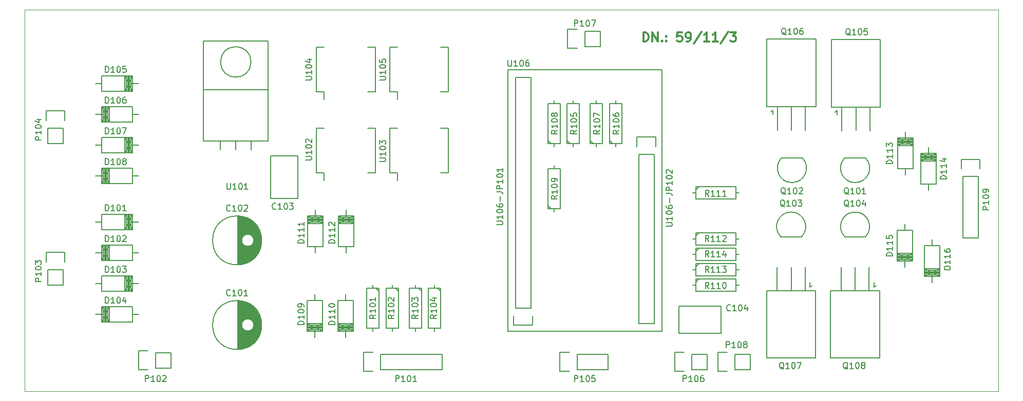
<source format=gbr>
G04 #@! TF.FileFunction,Legend,Top*
%FSLAX46Y46*%
G04 Gerber Fmt 4.6, Leading zero omitted, Abs format (unit mm)*
G04 Created by KiCad (PCBNEW 4.0.5+dfsg1-4) date Sat Oct 31 20:23:49 2020*
%MOMM*%
%LPD*%
G01*
G04 APERTURE LIST*
%ADD10C,0.100000*%
%ADD11C,0.150000*%
%ADD12C,0.300000*%
%ADD13C,0.200000*%
G04 APERTURE END LIST*
D10*
D11*
X154495714Y-76160381D02*
X154495714Y-76969905D01*
X154543333Y-77065143D01*
X154590952Y-77112762D01*
X154686190Y-77160381D01*
X154876667Y-77160381D01*
X154971905Y-77112762D01*
X155019524Y-77065143D01*
X155067143Y-76969905D01*
X155067143Y-76160381D01*
X156067143Y-77160381D02*
X155495714Y-77160381D01*
X155781428Y-77160381D02*
X155781428Y-76160381D01*
X155686190Y-76303238D01*
X155590952Y-76398476D01*
X155495714Y-76446095D01*
X156686190Y-76160381D02*
X156781429Y-76160381D01*
X156876667Y-76208000D01*
X156924286Y-76255619D01*
X156971905Y-76350857D01*
X157019524Y-76541333D01*
X157019524Y-76779429D01*
X156971905Y-76969905D01*
X156924286Y-77065143D01*
X156876667Y-77112762D01*
X156781429Y-77160381D01*
X156686190Y-77160381D01*
X156590952Y-77112762D01*
X156543333Y-77065143D01*
X156495714Y-76969905D01*
X156448095Y-76779429D01*
X156448095Y-76541333D01*
X156495714Y-76350857D01*
X156543333Y-76255619D01*
X156590952Y-76208000D01*
X156686190Y-76160381D01*
X157876667Y-76160381D02*
X157686190Y-76160381D01*
X157590952Y-76208000D01*
X157543333Y-76255619D01*
X157448095Y-76398476D01*
X157400476Y-76588952D01*
X157400476Y-76969905D01*
X157448095Y-77065143D01*
X157495714Y-77112762D01*
X157590952Y-77160381D01*
X157781429Y-77160381D01*
X157876667Y-77112762D01*
X157924286Y-77065143D01*
X157971905Y-76969905D01*
X157971905Y-76731810D01*
X157924286Y-76636571D01*
X157876667Y-76588952D01*
X157781429Y-76541333D01*
X157590952Y-76541333D01*
X157495714Y-76588952D01*
X157448095Y-76636571D01*
X157400476Y-76731810D01*
D12*
X176796858Y-73068571D02*
X176796858Y-71568571D01*
X177154001Y-71568571D01*
X177368286Y-71640000D01*
X177511144Y-71782857D01*
X177582572Y-71925714D01*
X177654001Y-72211429D01*
X177654001Y-72425714D01*
X177582572Y-72711429D01*
X177511144Y-72854286D01*
X177368286Y-72997143D01*
X177154001Y-73068571D01*
X176796858Y-73068571D01*
X178296858Y-73068571D02*
X178296858Y-71568571D01*
X179154001Y-73068571D01*
X179154001Y-71568571D01*
X179868287Y-72925714D02*
X179939715Y-72997143D01*
X179868287Y-73068571D01*
X179796858Y-72997143D01*
X179868287Y-72925714D01*
X179868287Y-73068571D01*
X180582573Y-72925714D02*
X180654001Y-72997143D01*
X180582573Y-73068571D01*
X180511144Y-72997143D01*
X180582573Y-72925714D01*
X180582573Y-73068571D01*
X180582573Y-72140000D02*
X180654001Y-72211429D01*
X180582573Y-72282857D01*
X180511144Y-72211429D01*
X180582573Y-72140000D01*
X180582573Y-72282857D01*
X183154002Y-71568571D02*
X182439716Y-71568571D01*
X182368287Y-72282857D01*
X182439716Y-72211429D01*
X182582573Y-72140000D01*
X182939716Y-72140000D01*
X183082573Y-72211429D01*
X183154002Y-72282857D01*
X183225430Y-72425714D01*
X183225430Y-72782857D01*
X183154002Y-72925714D01*
X183082573Y-72997143D01*
X182939716Y-73068571D01*
X182582573Y-73068571D01*
X182439716Y-72997143D01*
X182368287Y-72925714D01*
X183939715Y-73068571D02*
X184225430Y-73068571D01*
X184368287Y-72997143D01*
X184439715Y-72925714D01*
X184582573Y-72711429D01*
X184654001Y-72425714D01*
X184654001Y-71854286D01*
X184582573Y-71711429D01*
X184511144Y-71640000D01*
X184368287Y-71568571D01*
X184082573Y-71568571D01*
X183939715Y-71640000D01*
X183868287Y-71711429D01*
X183796858Y-71854286D01*
X183796858Y-72211429D01*
X183868287Y-72354286D01*
X183939715Y-72425714D01*
X184082573Y-72497143D01*
X184368287Y-72497143D01*
X184511144Y-72425714D01*
X184582573Y-72354286D01*
X184654001Y-72211429D01*
X186368286Y-71497143D02*
X185082572Y-73425714D01*
X187654001Y-73068571D02*
X186796858Y-73068571D01*
X187225430Y-73068571D02*
X187225430Y-71568571D01*
X187082573Y-71782857D01*
X186939715Y-71925714D01*
X186796858Y-71997143D01*
X189082572Y-73068571D02*
X188225429Y-73068571D01*
X188654001Y-73068571D02*
X188654001Y-71568571D01*
X188511144Y-71782857D01*
X188368286Y-71925714D01*
X188225429Y-71997143D01*
X190796857Y-71497143D02*
X189511143Y-73425714D01*
X191154001Y-71568571D02*
X192082572Y-71568571D01*
X191582572Y-72140000D01*
X191796858Y-72140000D01*
X191939715Y-72211429D01*
X192011144Y-72282857D01*
X192082572Y-72425714D01*
X192082572Y-72782857D01*
X192011144Y-72925714D01*
X191939715Y-72997143D01*
X191796858Y-73068571D01*
X191368286Y-73068571D01*
X191225429Y-72997143D01*
X191154001Y-72925714D01*
D13*
X154432000Y-120904000D02*
X154432000Y-77724000D01*
X179832000Y-120904000D02*
X154432000Y-120904000D01*
X179832000Y-77724000D02*
X179832000Y-120904000D01*
X154432000Y-77724000D02*
X179832000Y-77724000D01*
D10*
X145288000Y-130810000D02*
X187706000Y-130810000D01*
X186690000Y-67818000D02*
X140208000Y-67818000D01*
X74803000Y-67818000D02*
X140335000Y-67818000D01*
X74803000Y-130810000D02*
X74803000Y-67818000D01*
X145415000Y-130810000D02*
X74803000Y-130810000D01*
X235331000Y-130810000D02*
X187579000Y-130810000D01*
X235331000Y-67818000D02*
X235331000Y-130810000D01*
X186563000Y-67818000D02*
X235331000Y-67818000D01*
D11*
X182642000Y-116749000D02*
X189642000Y-116749000D01*
X189642000Y-116749000D02*
X189642000Y-121249000D01*
X189642000Y-121249000D02*
X182642000Y-121249000D01*
X182642000Y-121249000D02*
X182642000Y-116749000D01*
X181965000Y-127534000D02*
X183515000Y-127534000D01*
X187325000Y-127254000D02*
X184785000Y-127254000D01*
X184785000Y-127254000D02*
X184785000Y-124714000D01*
X183515000Y-124434000D02*
X181965000Y-124434000D01*
X181965000Y-124434000D02*
X181965000Y-127534000D01*
X184785000Y-124714000D02*
X187325000Y-124714000D01*
X187325000Y-124714000D02*
X187325000Y-127254000D01*
X164312000Y-74194000D02*
X165862000Y-74194000D01*
X169672000Y-73914000D02*
X167132000Y-73914000D01*
X167132000Y-73914000D02*
X167132000Y-71374000D01*
X165862000Y-71094000D02*
X164312000Y-71094000D01*
X164312000Y-71094000D02*
X164312000Y-74194000D01*
X167132000Y-71374000D02*
X169672000Y-71374000D01*
X169672000Y-71374000D02*
X169672000Y-73914000D01*
X189077000Y-127534000D02*
X190627000Y-127534000D01*
X194437000Y-127254000D02*
X191897000Y-127254000D01*
X191897000Y-127254000D02*
X191897000Y-124714000D01*
X190627000Y-124434000D02*
X189077000Y-124434000D01*
X189077000Y-124434000D02*
X189077000Y-127534000D01*
X191897000Y-124714000D02*
X194437000Y-124714000D01*
X194437000Y-124714000D02*
X194437000Y-127254000D01*
X184912000Y-113284000D02*
X185420000Y-113284000D01*
X192532000Y-113284000D02*
X192024000Y-113284000D01*
X192024000Y-113284000D02*
X192024000Y-112268000D01*
X192024000Y-112268000D02*
X185420000Y-112268000D01*
X185420000Y-112268000D02*
X185420000Y-114300000D01*
X185420000Y-114300000D02*
X192024000Y-114300000D01*
X192024000Y-114300000D02*
X192024000Y-113284000D01*
X185420000Y-112776000D02*
X185928000Y-112268000D01*
X164592000Y-124434000D02*
X163042000Y-124434000D01*
X163042000Y-124434000D02*
X163042000Y-127534000D01*
X163042000Y-127534000D02*
X164592000Y-127534000D01*
X165862000Y-124714000D02*
X170942000Y-124714000D01*
X170942000Y-124714000D02*
X170942000Y-127254000D01*
X170942000Y-127254000D02*
X165862000Y-127254000D01*
X165862000Y-127254000D02*
X165862000Y-124714000D01*
X165227000Y-90424000D02*
X165227000Y-89916000D01*
X165227000Y-82804000D02*
X165227000Y-83312000D01*
X165227000Y-83312000D02*
X164211000Y-83312000D01*
X164211000Y-83312000D02*
X164211000Y-89916000D01*
X164211000Y-89916000D02*
X166243000Y-89916000D01*
X166243000Y-89916000D02*
X166243000Y-83312000D01*
X166243000Y-83312000D02*
X165227000Y-83312000D01*
X164719000Y-89916000D02*
X164211000Y-89408000D01*
X172212000Y-90424000D02*
X172212000Y-89916000D01*
X172212000Y-82804000D02*
X172212000Y-83312000D01*
X172212000Y-83312000D02*
X171196000Y-83312000D01*
X171196000Y-83312000D02*
X171196000Y-89916000D01*
X171196000Y-89916000D02*
X173228000Y-89916000D01*
X173228000Y-89916000D02*
X173228000Y-83312000D01*
X173228000Y-83312000D02*
X172212000Y-83312000D01*
X171704000Y-89916000D02*
X171196000Y-89408000D01*
X169037000Y-90424000D02*
X169037000Y-89916000D01*
X169037000Y-82804000D02*
X169037000Y-83312000D01*
X169037000Y-83312000D02*
X168021000Y-83312000D01*
X168021000Y-83312000D02*
X168021000Y-89916000D01*
X168021000Y-89916000D02*
X170053000Y-89916000D01*
X170053000Y-89916000D02*
X170053000Y-83312000D01*
X170053000Y-83312000D02*
X169037000Y-83312000D01*
X168529000Y-89916000D02*
X168021000Y-89408000D01*
X162052000Y-90424000D02*
X162052000Y-89916000D01*
X162052000Y-82804000D02*
X162052000Y-83312000D01*
X162052000Y-83312000D02*
X161036000Y-83312000D01*
X161036000Y-83312000D02*
X161036000Y-89916000D01*
X161036000Y-89916000D02*
X163068000Y-89916000D01*
X163068000Y-89916000D02*
X163068000Y-83312000D01*
X163068000Y-83312000D02*
X162052000Y-83312000D01*
X161544000Y-89916000D02*
X161036000Y-89408000D01*
X162052000Y-101219000D02*
X162052000Y-100711000D01*
X162052000Y-93599000D02*
X162052000Y-94107000D01*
X162052000Y-94107000D02*
X161036000Y-94107000D01*
X161036000Y-94107000D02*
X161036000Y-100711000D01*
X161036000Y-100711000D02*
X163068000Y-100711000D01*
X163068000Y-100711000D02*
X163068000Y-94107000D01*
X163068000Y-94107000D02*
X162052000Y-94107000D01*
X161544000Y-100711000D02*
X161036000Y-100203000D01*
X155702000Y-117094000D02*
X155702000Y-78994000D01*
X155702000Y-78994000D02*
X158242000Y-78994000D01*
X158242000Y-78994000D02*
X158242000Y-117094000D01*
X158522000Y-119914000D02*
X158522000Y-118364000D01*
X158242000Y-117094000D02*
X155702000Y-117094000D01*
X155422000Y-118364000D02*
X155422000Y-119914000D01*
X155422000Y-119914000D02*
X158522000Y-119914000D01*
X176022000Y-91694000D02*
X176022000Y-119634000D01*
X176022000Y-119634000D02*
X178562000Y-119634000D01*
X178562000Y-119634000D02*
X178562000Y-91694000D01*
X175742000Y-88874000D02*
X175742000Y-90424000D01*
X176022000Y-91694000D02*
X178562000Y-91694000D01*
X178842000Y-90424000D02*
X178842000Y-88874000D01*
X178842000Y-88874000D02*
X175742000Y-88874000D01*
X109902000Y-115889000D02*
X109902000Y-123887000D01*
X110042000Y-115894000D02*
X110042000Y-123882000D01*
X110182000Y-115904000D02*
X110182000Y-123872000D01*
X110322000Y-115919000D02*
X110322000Y-123857000D01*
X110462000Y-115939000D02*
X110462000Y-123837000D01*
X110602000Y-115964000D02*
X110602000Y-119666000D01*
X110602000Y-120110000D02*
X110602000Y-123812000D01*
X110742000Y-115994000D02*
X110742000Y-119338000D01*
X110742000Y-120438000D02*
X110742000Y-123782000D01*
X110882000Y-116030000D02*
X110882000Y-119169000D01*
X110882000Y-120607000D02*
X110882000Y-123746000D01*
X111022000Y-116071000D02*
X111022000Y-119056000D01*
X111022000Y-120720000D02*
X111022000Y-123705000D01*
X111162000Y-116117000D02*
X111162000Y-118978000D01*
X111162000Y-120798000D02*
X111162000Y-123659000D01*
X111302000Y-116170000D02*
X111302000Y-118927000D01*
X111302000Y-120849000D02*
X111302000Y-123606000D01*
X111442000Y-116229000D02*
X111442000Y-118897000D01*
X111442000Y-120879000D02*
X111442000Y-123547000D01*
X111582000Y-116294000D02*
X111582000Y-118888000D01*
X111582000Y-120888000D02*
X111582000Y-123482000D01*
X111722000Y-116365000D02*
X111722000Y-118899000D01*
X111722000Y-120877000D02*
X111722000Y-123411000D01*
X111862000Y-116444000D02*
X111862000Y-118929000D01*
X111862000Y-120847000D02*
X111862000Y-123332000D01*
X112002000Y-116531000D02*
X112002000Y-118983000D01*
X112002000Y-120793000D02*
X112002000Y-123245000D01*
X112142000Y-116626000D02*
X112142000Y-119063000D01*
X112142000Y-120713000D02*
X112142000Y-123150000D01*
X112282000Y-116730000D02*
X112282000Y-119179000D01*
X112282000Y-120597000D02*
X112282000Y-123046000D01*
X112422000Y-116844000D02*
X112422000Y-119353000D01*
X112422000Y-120423000D02*
X112422000Y-122932000D01*
X112562000Y-116969000D02*
X112562000Y-119715000D01*
X112562000Y-120061000D02*
X112562000Y-122807000D01*
X112702000Y-117107000D02*
X112702000Y-122669000D01*
X112842000Y-117259000D02*
X112842000Y-122517000D01*
X112982000Y-117429000D02*
X112982000Y-122347000D01*
X113122000Y-117620000D02*
X113122000Y-122156000D01*
X113262000Y-117838000D02*
X113262000Y-121938000D01*
X113402000Y-118094000D02*
X113402000Y-121682000D01*
X113542000Y-118405000D02*
X113542000Y-121371000D01*
X113682000Y-118821000D02*
X113682000Y-120955000D01*
X113822000Y-119688000D02*
X113822000Y-120088000D01*
X112577000Y-119888000D02*
G75*
G03X112577000Y-119888000I-1000000J0D01*
G01*
X113864500Y-119888000D02*
G75*
G03X113864500Y-119888000I-4037500J0D01*
G01*
X109902000Y-101919000D02*
X109902000Y-109917000D01*
X110042000Y-101924000D02*
X110042000Y-109912000D01*
X110182000Y-101934000D02*
X110182000Y-109902000D01*
X110322000Y-101949000D02*
X110322000Y-109887000D01*
X110462000Y-101969000D02*
X110462000Y-109867000D01*
X110602000Y-101994000D02*
X110602000Y-105696000D01*
X110602000Y-106140000D02*
X110602000Y-109842000D01*
X110742000Y-102024000D02*
X110742000Y-105368000D01*
X110742000Y-106468000D02*
X110742000Y-109812000D01*
X110882000Y-102060000D02*
X110882000Y-105199000D01*
X110882000Y-106637000D02*
X110882000Y-109776000D01*
X111022000Y-102101000D02*
X111022000Y-105086000D01*
X111022000Y-106750000D02*
X111022000Y-109735000D01*
X111162000Y-102147000D02*
X111162000Y-105008000D01*
X111162000Y-106828000D02*
X111162000Y-109689000D01*
X111302000Y-102200000D02*
X111302000Y-104957000D01*
X111302000Y-106879000D02*
X111302000Y-109636000D01*
X111442000Y-102259000D02*
X111442000Y-104927000D01*
X111442000Y-106909000D02*
X111442000Y-109577000D01*
X111582000Y-102324000D02*
X111582000Y-104918000D01*
X111582000Y-106918000D02*
X111582000Y-109512000D01*
X111722000Y-102395000D02*
X111722000Y-104929000D01*
X111722000Y-106907000D02*
X111722000Y-109441000D01*
X111862000Y-102474000D02*
X111862000Y-104959000D01*
X111862000Y-106877000D02*
X111862000Y-109362000D01*
X112002000Y-102561000D02*
X112002000Y-105013000D01*
X112002000Y-106823000D02*
X112002000Y-109275000D01*
X112142000Y-102656000D02*
X112142000Y-105093000D01*
X112142000Y-106743000D02*
X112142000Y-109180000D01*
X112282000Y-102760000D02*
X112282000Y-105209000D01*
X112282000Y-106627000D02*
X112282000Y-109076000D01*
X112422000Y-102874000D02*
X112422000Y-105383000D01*
X112422000Y-106453000D02*
X112422000Y-108962000D01*
X112562000Y-102999000D02*
X112562000Y-105745000D01*
X112562000Y-106091000D02*
X112562000Y-108837000D01*
X112702000Y-103137000D02*
X112702000Y-108699000D01*
X112842000Y-103289000D02*
X112842000Y-108547000D01*
X112982000Y-103459000D02*
X112982000Y-108377000D01*
X113122000Y-103650000D02*
X113122000Y-108186000D01*
X113262000Y-103868000D02*
X113262000Y-107968000D01*
X113402000Y-104124000D02*
X113402000Y-107712000D01*
X113542000Y-104435000D02*
X113542000Y-107401000D01*
X113682000Y-104851000D02*
X113682000Y-106985000D01*
X113822000Y-105718000D02*
X113822000Y-106118000D01*
X112577000Y-105918000D02*
G75*
G03X112577000Y-105918000I-1000000J0D01*
G01*
X113864500Y-105918000D02*
G75*
G03X113864500Y-105918000I-4037500J0D01*
G01*
X119852000Y-91964000D02*
X119852000Y-98964000D01*
X119852000Y-98964000D02*
X115352000Y-98964000D01*
X115352000Y-98964000D02*
X115352000Y-91964000D01*
X115352000Y-91964000D02*
X119852000Y-91964000D01*
X87503000Y-102872540D02*
X86487000Y-102872540D01*
X92329000Y-102872540D02*
X93599000Y-102872540D01*
X92075000Y-104142540D02*
X92075000Y-101602540D01*
X91821000Y-104142540D02*
X91821000Y-101602540D01*
X91567000Y-104142540D02*
X91567000Y-101602540D01*
X92329000Y-104142540D02*
X92329000Y-101602540D01*
X91313000Y-104142540D02*
X92583000Y-101602540D01*
X92583000Y-104142540D02*
X91313000Y-101602540D01*
X91313000Y-104142540D02*
X91313000Y-101602540D01*
X91948000Y-104142540D02*
X91948000Y-101602540D01*
X92583000Y-101602540D02*
X92583000Y-104142540D01*
X92583000Y-104142540D02*
X87503000Y-104142540D01*
X87503000Y-104142540D02*
X87503000Y-101602540D01*
X87503000Y-101602540D02*
X92583000Y-101602540D01*
X92583000Y-107947460D02*
X93599000Y-107947460D01*
X87757000Y-107947460D02*
X86487000Y-107947460D01*
X88011000Y-106677460D02*
X88011000Y-109217460D01*
X88265000Y-106677460D02*
X88265000Y-109217460D01*
X88519000Y-106677460D02*
X88519000Y-109217460D01*
X87757000Y-106677460D02*
X87757000Y-109217460D01*
X88773000Y-106677460D02*
X87503000Y-109217460D01*
X87503000Y-106677460D02*
X88773000Y-109217460D01*
X88773000Y-106677460D02*
X88773000Y-109217460D01*
X88138000Y-106677460D02*
X88138000Y-109217460D01*
X87503000Y-109217460D02*
X87503000Y-106677460D01*
X87503000Y-106677460D02*
X92583000Y-106677460D01*
X92583000Y-106677460D02*
X92583000Y-109217460D01*
X92583000Y-109217460D02*
X87503000Y-109217460D01*
X87503000Y-113032540D02*
X86487000Y-113032540D01*
X92329000Y-113032540D02*
X93599000Y-113032540D01*
X92075000Y-114302540D02*
X92075000Y-111762540D01*
X91821000Y-114302540D02*
X91821000Y-111762540D01*
X91567000Y-114302540D02*
X91567000Y-111762540D01*
X92329000Y-114302540D02*
X92329000Y-111762540D01*
X91313000Y-114302540D02*
X92583000Y-111762540D01*
X92583000Y-114302540D02*
X91313000Y-111762540D01*
X91313000Y-114302540D02*
X91313000Y-111762540D01*
X91948000Y-114302540D02*
X91948000Y-111762540D01*
X92583000Y-111762540D02*
X92583000Y-114302540D01*
X92583000Y-114302540D02*
X87503000Y-114302540D01*
X87503000Y-114302540D02*
X87503000Y-111762540D01*
X87503000Y-111762540D02*
X92583000Y-111762540D01*
X92583000Y-118107460D02*
X93599000Y-118107460D01*
X87757000Y-118107460D02*
X86487000Y-118107460D01*
X88011000Y-116837460D02*
X88011000Y-119377460D01*
X88265000Y-116837460D02*
X88265000Y-119377460D01*
X88519000Y-116837460D02*
X88519000Y-119377460D01*
X87757000Y-116837460D02*
X87757000Y-119377460D01*
X88773000Y-116837460D02*
X87503000Y-119377460D01*
X87503000Y-116837460D02*
X88773000Y-119377460D01*
X88773000Y-116837460D02*
X88773000Y-119377460D01*
X88138000Y-116837460D02*
X88138000Y-119377460D01*
X87503000Y-119377460D02*
X87503000Y-116837460D01*
X87503000Y-116837460D02*
X92583000Y-116837460D01*
X92583000Y-116837460D02*
X92583000Y-119377460D01*
X92583000Y-119377460D02*
X87503000Y-119377460D01*
X87503000Y-80012540D02*
X86487000Y-80012540D01*
X92329000Y-80012540D02*
X93599000Y-80012540D01*
X92075000Y-81282540D02*
X92075000Y-78742540D01*
X91821000Y-81282540D02*
X91821000Y-78742540D01*
X91567000Y-81282540D02*
X91567000Y-78742540D01*
X92329000Y-81282540D02*
X92329000Y-78742540D01*
X91313000Y-81282540D02*
X92583000Y-78742540D01*
X92583000Y-81282540D02*
X91313000Y-78742540D01*
X91313000Y-81282540D02*
X91313000Y-78742540D01*
X91948000Y-81282540D02*
X91948000Y-78742540D01*
X92583000Y-78742540D02*
X92583000Y-81282540D01*
X92583000Y-81282540D02*
X87503000Y-81282540D01*
X87503000Y-81282540D02*
X87503000Y-78742540D01*
X87503000Y-78742540D02*
X92583000Y-78742540D01*
X92583000Y-85087460D02*
X93599000Y-85087460D01*
X87757000Y-85087460D02*
X86487000Y-85087460D01*
X88011000Y-83817460D02*
X88011000Y-86357460D01*
X88265000Y-83817460D02*
X88265000Y-86357460D01*
X88519000Y-83817460D02*
X88519000Y-86357460D01*
X87757000Y-83817460D02*
X87757000Y-86357460D01*
X88773000Y-83817460D02*
X87503000Y-86357460D01*
X87503000Y-83817460D02*
X88773000Y-86357460D01*
X88773000Y-83817460D02*
X88773000Y-86357460D01*
X88138000Y-83817460D02*
X88138000Y-86357460D01*
X87503000Y-86357460D02*
X87503000Y-83817460D01*
X87503000Y-83817460D02*
X92583000Y-83817460D01*
X92583000Y-83817460D02*
X92583000Y-86357460D01*
X92583000Y-86357460D02*
X87503000Y-86357460D01*
X87503000Y-90172540D02*
X86487000Y-90172540D01*
X92329000Y-90172540D02*
X93599000Y-90172540D01*
X92075000Y-91442540D02*
X92075000Y-88902540D01*
X91821000Y-91442540D02*
X91821000Y-88902540D01*
X91567000Y-91442540D02*
X91567000Y-88902540D01*
X92329000Y-91442540D02*
X92329000Y-88902540D01*
X91313000Y-91442540D02*
X92583000Y-88902540D01*
X92583000Y-91442540D02*
X91313000Y-88902540D01*
X91313000Y-91442540D02*
X91313000Y-88902540D01*
X91948000Y-91442540D02*
X91948000Y-88902540D01*
X92583000Y-88902540D02*
X92583000Y-91442540D01*
X92583000Y-91442540D02*
X87503000Y-91442540D01*
X87503000Y-91442540D02*
X87503000Y-88902540D01*
X87503000Y-88902540D02*
X92583000Y-88902540D01*
X92583000Y-95247460D02*
X93599000Y-95247460D01*
X87757000Y-95247460D02*
X86487000Y-95247460D01*
X88011000Y-93977460D02*
X88011000Y-96517460D01*
X88265000Y-93977460D02*
X88265000Y-96517460D01*
X88519000Y-93977460D02*
X88519000Y-96517460D01*
X87757000Y-93977460D02*
X87757000Y-96517460D01*
X88773000Y-93977460D02*
X87503000Y-96517460D01*
X87503000Y-93977460D02*
X88773000Y-96517460D01*
X88773000Y-93977460D02*
X88773000Y-96517460D01*
X88138000Y-93977460D02*
X88138000Y-96517460D01*
X87503000Y-96517460D02*
X87503000Y-93977460D01*
X87503000Y-93977460D02*
X92583000Y-93977460D01*
X92583000Y-93977460D02*
X92583000Y-96517460D01*
X92583000Y-96517460D02*
X87503000Y-96517460D01*
X93573000Y-127280000D02*
X95123000Y-127280000D01*
X98933000Y-127000000D02*
X96393000Y-127000000D01*
X96393000Y-127000000D02*
X96393000Y-124460000D01*
X95123000Y-124180000D02*
X93573000Y-124180000D01*
X93573000Y-124180000D02*
X93573000Y-127280000D01*
X96393000Y-124460000D02*
X98933000Y-124460000D01*
X98933000Y-124460000D02*
X98933000Y-127000000D01*
X78333000Y-107924000D02*
X78333000Y-109474000D01*
X78613000Y-113284000D02*
X78613000Y-110744000D01*
X78613000Y-110744000D02*
X81153000Y-110744000D01*
X81433000Y-109474000D02*
X81433000Y-107924000D01*
X81433000Y-107924000D02*
X78333000Y-107924000D01*
X81153000Y-110744000D02*
X81153000Y-113284000D01*
X81153000Y-113284000D02*
X78613000Y-113284000D01*
X78333000Y-84556000D02*
X78333000Y-86106000D01*
X78613000Y-89916000D02*
X78613000Y-87376000D01*
X78613000Y-87376000D02*
X81153000Y-87376000D01*
X81433000Y-86106000D02*
X81433000Y-84556000D01*
X81433000Y-84556000D02*
X78333000Y-84556000D01*
X81153000Y-87376000D02*
X81153000Y-89916000D01*
X81153000Y-89916000D02*
X78613000Y-89916000D01*
X107061000Y-89535000D02*
X107061000Y-90932000D01*
X109601000Y-89535000D02*
X109601000Y-90932000D01*
X112141000Y-89535000D02*
X112141000Y-90932000D01*
X112115472Y-76454000D02*
G75*
G03X112115472Y-76454000I-2514472J0D01*
G01*
X114935000Y-81026000D02*
X114935000Y-73025000D01*
X114935000Y-73025000D02*
X104267000Y-73025000D01*
X104267000Y-73025000D02*
X104267000Y-81026000D01*
X114935000Y-89535000D02*
X114935000Y-81026000D01*
X114935000Y-81026000D02*
X104267000Y-81026000D01*
X104267000Y-81026000D02*
X104267000Y-89535000D01*
X109601000Y-89535000D02*
X104267000Y-89535000D01*
X109601000Y-89535000D02*
X114935000Y-89535000D01*
X122679460Y-115824000D02*
X122679460Y-114808000D01*
X122679460Y-120650000D02*
X122679460Y-121920000D01*
X121409460Y-120396000D02*
X123949460Y-120396000D01*
X121409460Y-120142000D02*
X123949460Y-120142000D01*
X121409460Y-119888000D02*
X123949460Y-119888000D01*
X121409460Y-120650000D02*
X123949460Y-120650000D01*
X121409460Y-119634000D02*
X123949460Y-120904000D01*
X121409460Y-120904000D02*
X123949460Y-119634000D01*
X121409460Y-119634000D02*
X123949460Y-119634000D01*
X121409460Y-120269000D02*
X123949460Y-120269000D01*
X123949460Y-120904000D02*
X121409460Y-120904000D01*
X121409460Y-120904000D02*
X121409460Y-115824000D01*
X121409460Y-115824000D02*
X123949460Y-115824000D01*
X123949460Y-115824000D02*
X123949460Y-120904000D01*
X127759460Y-115824000D02*
X127759460Y-114808000D01*
X127759460Y-120650000D02*
X127759460Y-121920000D01*
X126489460Y-120396000D02*
X129029460Y-120396000D01*
X126489460Y-120142000D02*
X129029460Y-120142000D01*
X126489460Y-119888000D02*
X129029460Y-119888000D01*
X126489460Y-120650000D02*
X129029460Y-120650000D01*
X126489460Y-119634000D02*
X129029460Y-120904000D01*
X126489460Y-120904000D02*
X129029460Y-119634000D01*
X126489460Y-119634000D02*
X129029460Y-119634000D01*
X126489460Y-120269000D02*
X129029460Y-120269000D01*
X129029460Y-120904000D02*
X126489460Y-120904000D01*
X126489460Y-120904000D02*
X126489460Y-115824000D01*
X126489460Y-115824000D02*
X129029460Y-115824000D01*
X129029460Y-115824000D02*
X129029460Y-120904000D01*
X122684540Y-106934000D02*
X122684540Y-107950000D01*
X122684540Y-102108000D02*
X122684540Y-100838000D01*
X123954540Y-102362000D02*
X121414540Y-102362000D01*
X123954540Y-102616000D02*
X121414540Y-102616000D01*
X123954540Y-102870000D02*
X121414540Y-102870000D01*
X123954540Y-102108000D02*
X121414540Y-102108000D01*
X123954540Y-103124000D02*
X121414540Y-101854000D01*
X123954540Y-101854000D02*
X121414540Y-103124000D01*
X123954540Y-103124000D02*
X121414540Y-103124000D01*
X123954540Y-102489000D02*
X121414540Y-102489000D01*
X121414540Y-101854000D02*
X123954540Y-101854000D01*
X123954540Y-101854000D02*
X123954540Y-106934000D01*
X123954540Y-106934000D02*
X121414540Y-106934000D01*
X121414540Y-106934000D02*
X121414540Y-101854000D01*
X127764540Y-106934000D02*
X127764540Y-107950000D01*
X127764540Y-102108000D02*
X127764540Y-100838000D01*
X129034540Y-102362000D02*
X126494540Y-102362000D01*
X129034540Y-102616000D02*
X126494540Y-102616000D01*
X129034540Y-102870000D02*
X126494540Y-102870000D01*
X129034540Y-102108000D02*
X126494540Y-102108000D01*
X129034540Y-103124000D02*
X126494540Y-101854000D01*
X129034540Y-101854000D02*
X126494540Y-103124000D01*
X129034540Y-103124000D02*
X126494540Y-103124000D01*
X129034540Y-102489000D02*
X126494540Y-102489000D01*
X126494540Y-101854000D02*
X129034540Y-101854000D01*
X129034540Y-101854000D02*
X129034540Y-106934000D01*
X129034540Y-106934000D02*
X126494540Y-106934000D01*
X126494540Y-106934000D02*
X126494540Y-101854000D01*
X133477000Y-127254000D02*
X143637000Y-127254000D01*
X143637000Y-127254000D02*
X143637000Y-124714000D01*
X143637000Y-124714000D02*
X133477000Y-124714000D01*
X130657000Y-127534000D02*
X132207000Y-127534000D01*
X133477000Y-127254000D02*
X133477000Y-124714000D01*
X132207000Y-124434000D02*
X130657000Y-124434000D01*
X130657000Y-124434000D02*
X130657000Y-127534000D01*
X132207000Y-113284000D02*
X132207000Y-113792000D01*
X132207000Y-120904000D02*
X132207000Y-120396000D01*
X132207000Y-120396000D02*
X133223000Y-120396000D01*
X133223000Y-120396000D02*
X133223000Y-113792000D01*
X133223000Y-113792000D02*
X131191000Y-113792000D01*
X131191000Y-113792000D02*
X131191000Y-120396000D01*
X131191000Y-120396000D02*
X132207000Y-120396000D01*
X132715000Y-113792000D02*
X133223000Y-114300000D01*
X135382000Y-113284000D02*
X135382000Y-113792000D01*
X135382000Y-120904000D02*
X135382000Y-120396000D01*
X135382000Y-120396000D02*
X136398000Y-120396000D01*
X136398000Y-120396000D02*
X136398000Y-113792000D01*
X136398000Y-113792000D02*
X134366000Y-113792000D01*
X134366000Y-113792000D02*
X134366000Y-120396000D01*
X134366000Y-120396000D02*
X135382000Y-120396000D01*
X135890000Y-113792000D02*
X136398000Y-114300000D01*
X139192000Y-113284000D02*
X139192000Y-113792000D01*
X139192000Y-120904000D02*
X139192000Y-120396000D01*
X139192000Y-120396000D02*
X140208000Y-120396000D01*
X140208000Y-120396000D02*
X140208000Y-113792000D01*
X140208000Y-113792000D02*
X138176000Y-113792000D01*
X138176000Y-113792000D02*
X138176000Y-120396000D01*
X138176000Y-120396000D02*
X139192000Y-120396000D01*
X139700000Y-113792000D02*
X140208000Y-114300000D01*
X142367000Y-113284000D02*
X142367000Y-113792000D01*
X142367000Y-120904000D02*
X142367000Y-120396000D01*
X142367000Y-120396000D02*
X143383000Y-120396000D01*
X143383000Y-120396000D02*
X143383000Y-113792000D01*
X143383000Y-113792000D02*
X141351000Y-113792000D01*
X141351000Y-113792000D02*
X141351000Y-120396000D01*
X141351000Y-120396000D02*
X142367000Y-120396000D01*
X142875000Y-113792000D02*
X143383000Y-114300000D01*
X122927000Y-94734000D02*
X124197000Y-94734000D01*
X122927000Y-87384000D02*
X124197000Y-87384000D01*
X132597000Y-87384000D02*
X131327000Y-87384000D01*
X132597000Y-94734000D02*
X131327000Y-94734000D01*
X122927000Y-94734000D02*
X122927000Y-87384000D01*
X132597000Y-94734000D02*
X132597000Y-87384000D01*
X124197000Y-94734000D02*
X124197000Y-96019000D01*
X134992000Y-94734000D02*
X136262000Y-94734000D01*
X134992000Y-87384000D02*
X136262000Y-87384000D01*
X144662000Y-87384000D02*
X143392000Y-87384000D01*
X144662000Y-94734000D02*
X143392000Y-94734000D01*
X134992000Y-94734000D02*
X134992000Y-87384000D01*
X144662000Y-94734000D02*
X144662000Y-87384000D01*
X136262000Y-94734000D02*
X136262000Y-96019000D01*
X122927000Y-81399000D02*
X124197000Y-81399000D01*
X122927000Y-74049000D02*
X124197000Y-74049000D01*
X132597000Y-74049000D02*
X131327000Y-74049000D01*
X132597000Y-81399000D02*
X131327000Y-81399000D01*
X122927000Y-81399000D02*
X122927000Y-74049000D01*
X132597000Y-81399000D02*
X132597000Y-74049000D01*
X124197000Y-81399000D02*
X124197000Y-82684000D01*
X134992000Y-81399000D02*
X136262000Y-81399000D01*
X134992000Y-74049000D02*
X136262000Y-74049000D01*
X144662000Y-74049000D02*
X143392000Y-74049000D01*
X144662000Y-81399000D02*
X143392000Y-81399000D01*
X134992000Y-81399000D02*
X134992000Y-74049000D01*
X144662000Y-81399000D02*
X144662000Y-74049000D01*
X136262000Y-81399000D02*
X136262000Y-82684000D01*
X219966540Y-94107000D02*
X219966540Y-95123000D01*
X219966540Y-89281000D02*
X219966540Y-88011000D01*
X221236540Y-89535000D02*
X218696540Y-89535000D01*
X221236540Y-89789000D02*
X218696540Y-89789000D01*
X221236540Y-90043000D02*
X218696540Y-90043000D01*
X221236540Y-89281000D02*
X218696540Y-89281000D01*
X221236540Y-90297000D02*
X218696540Y-89027000D01*
X221236540Y-89027000D02*
X218696540Y-90297000D01*
X221236540Y-90297000D02*
X218696540Y-90297000D01*
X221236540Y-89662000D02*
X218696540Y-89662000D01*
X218696540Y-89027000D02*
X221236540Y-89027000D01*
X221236540Y-89027000D02*
X221236540Y-94107000D01*
X221236540Y-94107000D02*
X218696540Y-94107000D01*
X218696540Y-94107000D02*
X218696540Y-89027000D01*
X223776540Y-96647000D02*
X223776540Y-97663000D01*
X223776540Y-91821000D02*
X223776540Y-90551000D01*
X225046540Y-92075000D02*
X222506540Y-92075000D01*
X225046540Y-92329000D02*
X222506540Y-92329000D01*
X225046540Y-92583000D02*
X222506540Y-92583000D01*
X225046540Y-91821000D02*
X222506540Y-91821000D01*
X225046540Y-92837000D02*
X222506540Y-91567000D01*
X225046540Y-91567000D02*
X222506540Y-92837000D01*
X225046540Y-92837000D02*
X222506540Y-92837000D01*
X225046540Y-92202000D02*
X222506540Y-92202000D01*
X222506540Y-91567000D02*
X225046540Y-91567000D01*
X225046540Y-91567000D02*
X225046540Y-96647000D01*
X225046540Y-96647000D02*
X222506540Y-96647000D01*
X222506540Y-96647000D02*
X222506540Y-91567000D01*
X219961460Y-104267000D02*
X219961460Y-103251000D01*
X219961460Y-109093000D02*
X219961460Y-110363000D01*
X218691460Y-108839000D02*
X221231460Y-108839000D01*
X218691460Y-108585000D02*
X221231460Y-108585000D01*
X218691460Y-108331000D02*
X221231460Y-108331000D01*
X218691460Y-109093000D02*
X221231460Y-109093000D01*
X218691460Y-108077000D02*
X221231460Y-109347000D01*
X218691460Y-109347000D02*
X221231460Y-108077000D01*
X218691460Y-108077000D02*
X221231460Y-108077000D01*
X218691460Y-108712000D02*
X221231460Y-108712000D01*
X221231460Y-109347000D02*
X218691460Y-109347000D01*
X218691460Y-109347000D02*
X218691460Y-104267000D01*
X218691460Y-104267000D02*
X221231460Y-104267000D01*
X221231460Y-104267000D02*
X221231460Y-109347000D01*
X224406460Y-106807000D02*
X224406460Y-105791000D01*
X224406460Y-111633000D02*
X224406460Y-112903000D01*
X223136460Y-111379000D02*
X225676460Y-111379000D01*
X223136460Y-111125000D02*
X225676460Y-111125000D01*
X223136460Y-110871000D02*
X225676460Y-110871000D01*
X223136460Y-111633000D02*
X225676460Y-111633000D01*
X223136460Y-110617000D02*
X225676460Y-111887000D01*
X223136460Y-111887000D02*
X225676460Y-110617000D01*
X223136460Y-110617000D02*
X225676460Y-110617000D01*
X223136460Y-111252000D02*
X225676460Y-111252000D01*
X225676460Y-111887000D02*
X223136460Y-111887000D01*
X223136460Y-111887000D02*
X223136460Y-106807000D01*
X223136460Y-106807000D02*
X225676460Y-106807000D01*
X225676460Y-106807000D02*
X225676460Y-111887000D01*
X229489000Y-95377000D02*
X229489000Y-105537000D01*
X229489000Y-105537000D02*
X232029000Y-105537000D01*
X232029000Y-105537000D02*
X232029000Y-95377000D01*
X229209000Y-92557000D02*
X229209000Y-94107000D01*
X229489000Y-95377000D02*
X232029000Y-95377000D01*
X232309000Y-94107000D02*
X232309000Y-92557000D01*
X232309000Y-92557000D02*
X229209000Y-92557000D01*
X213409000Y-92280000D02*
X210009000Y-92280000D01*
X213406056Y-92282944D02*
G75*
G02X211709000Y-96380000I-1697056J-1697056D01*
G01*
X210011944Y-92282944D02*
G75*
G03X211709000Y-96380000I1697056J-1697056D01*
G01*
X202995000Y-92280000D02*
X199595000Y-92280000D01*
X202992056Y-92282944D02*
G75*
G02X201295000Y-96380000I-1697056J-1697056D01*
G01*
X199597944Y-92282944D02*
G75*
G03X201295000Y-96380000I1697056J-1697056D01*
G01*
X199468000Y-105332000D02*
X202868000Y-105332000D01*
X199470944Y-105329056D02*
G75*
G02X201168000Y-101232000I1697056J1697056D01*
G01*
X202865056Y-105329056D02*
G75*
G03X201168000Y-101232000I-1697056J1697056D01*
G01*
X210009000Y-105332000D02*
X213409000Y-105332000D01*
X210011944Y-105329056D02*
G75*
G02X211709000Y-101232000I1697056J1697056D01*
G01*
X213406056Y-105329056D02*
G75*
G03X211709000Y-101232000I-1697056J1697056D01*
G01*
X208386680Y-84757260D02*
X208737200Y-84457540D01*
X208737200Y-84457540D02*
X208737200Y-85206840D01*
X209534760Y-83908900D02*
X209534760Y-87807800D01*
X214137240Y-83908900D02*
X214137240Y-87807800D01*
X211836000Y-83908900D02*
X211836000Y-87757000D01*
X215884760Y-83908900D02*
X215884760Y-72758300D01*
X215884760Y-72758300D02*
X207787240Y-72758300D01*
X207787240Y-72758300D02*
X207787240Y-83908900D01*
X215884760Y-83908900D02*
X207787240Y-83908900D01*
X197782180Y-84693760D02*
X198132700Y-84394040D01*
X198132700Y-84394040D02*
X198132700Y-85143340D01*
X198930260Y-83845400D02*
X198930260Y-87744300D01*
X203532740Y-83845400D02*
X203532740Y-87744300D01*
X201231500Y-83845400D02*
X201231500Y-87693500D01*
X205280260Y-83845400D02*
X205280260Y-72694800D01*
X205280260Y-72694800D02*
X197182740Y-72694800D01*
X197182740Y-72694800D02*
X197182740Y-83845400D01*
X205280260Y-83845400D02*
X197182740Y-83845400D01*
X204617320Y-113362740D02*
X204266800Y-113662460D01*
X204266800Y-113662460D02*
X204266800Y-112913160D01*
X203469240Y-114211100D02*
X203469240Y-110312200D01*
X198866760Y-114211100D02*
X198866760Y-110312200D01*
X201168000Y-114211100D02*
X201168000Y-110363000D01*
X197119240Y-114211100D02*
X197119240Y-125361700D01*
X197119240Y-125361700D02*
X205216760Y-125361700D01*
X205216760Y-125361700D02*
X205216760Y-114211100D01*
X197119240Y-114211100D02*
X205216760Y-114211100D01*
X215158320Y-113362740D02*
X214807800Y-113662460D01*
X214807800Y-113662460D02*
X214807800Y-112913160D01*
X214010240Y-114211100D02*
X214010240Y-110312200D01*
X209407760Y-114211100D02*
X209407760Y-110312200D01*
X211709000Y-114211100D02*
X211709000Y-110363000D01*
X207660240Y-114211100D02*
X207660240Y-125361700D01*
X207660240Y-125361700D02*
X215757760Y-125361700D01*
X215757760Y-125361700D02*
X215757760Y-114211100D01*
X207660240Y-114211100D02*
X215757760Y-114211100D01*
X184912000Y-98044000D02*
X185420000Y-98044000D01*
X192532000Y-98044000D02*
X192024000Y-98044000D01*
X192024000Y-98044000D02*
X192024000Y-97028000D01*
X192024000Y-97028000D02*
X185420000Y-97028000D01*
X185420000Y-97028000D02*
X185420000Y-99060000D01*
X185420000Y-99060000D02*
X192024000Y-99060000D01*
X192024000Y-99060000D02*
X192024000Y-98044000D01*
X185420000Y-97536000D02*
X185928000Y-97028000D01*
X184912000Y-105664000D02*
X185420000Y-105664000D01*
X192532000Y-105664000D02*
X192024000Y-105664000D01*
X192024000Y-105664000D02*
X192024000Y-104648000D01*
X192024000Y-104648000D02*
X185420000Y-104648000D01*
X185420000Y-104648000D02*
X185420000Y-106680000D01*
X185420000Y-106680000D02*
X192024000Y-106680000D01*
X192024000Y-106680000D02*
X192024000Y-105664000D01*
X185420000Y-105156000D02*
X185928000Y-104648000D01*
X184912000Y-110744000D02*
X185420000Y-110744000D01*
X192532000Y-110744000D02*
X192024000Y-110744000D01*
X192024000Y-110744000D02*
X192024000Y-109728000D01*
X192024000Y-109728000D02*
X185420000Y-109728000D01*
X185420000Y-109728000D02*
X185420000Y-111760000D01*
X185420000Y-111760000D02*
X192024000Y-111760000D01*
X192024000Y-111760000D02*
X192024000Y-110744000D01*
X185420000Y-110236000D02*
X185928000Y-109728000D01*
X184912000Y-108204000D02*
X185420000Y-108204000D01*
X192532000Y-108204000D02*
X192024000Y-108204000D01*
X192024000Y-108204000D02*
X192024000Y-107188000D01*
X192024000Y-107188000D02*
X185420000Y-107188000D01*
X185420000Y-107188000D02*
X185420000Y-109220000D01*
X185420000Y-109220000D02*
X192024000Y-109220000D01*
X192024000Y-109220000D02*
X192024000Y-108204000D01*
X185420000Y-107696000D02*
X185928000Y-107188000D01*
X191158953Y-117451143D02*
X191111334Y-117498762D01*
X190968477Y-117546381D01*
X190873239Y-117546381D01*
X190730381Y-117498762D01*
X190635143Y-117403524D01*
X190587524Y-117308286D01*
X190539905Y-117117810D01*
X190539905Y-116974952D01*
X190587524Y-116784476D01*
X190635143Y-116689238D01*
X190730381Y-116594000D01*
X190873239Y-116546381D01*
X190968477Y-116546381D01*
X191111334Y-116594000D01*
X191158953Y-116641619D01*
X192111334Y-117546381D02*
X191539905Y-117546381D01*
X191825619Y-117546381D02*
X191825619Y-116546381D01*
X191730381Y-116689238D01*
X191635143Y-116784476D01*
X191539905Y-116832095D01*
X192730381Y-116546381D02*
X192825620Y-116546381D01*
X192920858Y-116594000D01*
X192968477Y-116641619D01*
X193016096Y-116736857D01*
X193063715Y-116927333D01*
X193063715Y-117165429D01*
X193016096Y-117355905D01*
X192968477Y-117451143D01*
X192920858Y-117498762D01*
X192825620Y-117546381D01*
X192730381Y-117546381D01*
X192635143Y-117498762D01*
X192587524Y-117451143D01*
X192539905Y-117355905D01*
X192492286Y-117165429D01*
X192492286Y-116927333D01*
X192539905Y-116736857D01*
X192587524Y-116641619D01*
X192635143Y-116594000D01*
X192730381Y-116546381D01*
X193920858Y-116879714D02*
X193920858Y-117546381D01*
X193682762Y-116498762D02*
X193444667Y-117213048D01*
X194063715Y-117213048D01*
X183348524Y-129230381D02*
X183348524Y-128230381D01*
X183729477Y-128230381D01*
X183824715Y-128278000D01*
X183872334Y-128325619D01*
X183919953Y-128420857D01*
X183919953Y-128563714D01*
X183872334Y-128658952D01*
X183824715Y-128706571D01*
X183729477Y-128754190D01*
X183348524Y-128754190D01*
X184872334Y-129230381D02*
X184300905Y-129230381D01*
X184586619Y-129230381D02*
X184586619Y-128230381D01*
X184491381Y-128373238D01*
X184396143Y-128468476D01*
X184300905Y-128516095D01*
X185491381Y-128230381D02*
X185586620Y-128230381D01*
X185681858Y-128278000D01*
X185729477Y-128325619D01*
X185777096Y-128420857D01*
X185824715Y-128611333D01*
X185824715Y-128849429D01*
X185777096Y-129039905D01*
X185729477Y-129135143D01*
X185681858Y-129182762D01*
X185586620Y-129230381D01*
X185491381Y-129230381D01*
X185396143Y-129182762D01*
X185348524Y-129135143D01*
X185300905Y-129039905D01*
X185253286Y-128849429D01*
X185253286Y-128611333D01*
X185300905Y-128420857D01*
X185348524Y-128325619D01*
X185396143Y-128278000D01*
X185491381Y-128230381D01*
X186681858Y-128230381D02*
X186491381Y-128230381D01*
X186396143Y-128278000D01*
X186348524Y-128325619D01*
X186253286Y-128468476D01*
X186205667Y-128658952D01*
X186205667Y-129039905D01*
X186253286Y-129135143D01*
X186300905Y-129182762D01*
X186396143Y-129230381D01*
X186586620Y-129230381D01*
X186681858Y-129182762D01*
X186729477Y-129135143D01*
X186777096Y-129039905D01*
X186777096Y-128801810D01*
X186729477Y-128706571D01*
X186681858Y-128658952D01*
X186586620Y-128611333D01*
X186396143Y-128611333D01*
X186300905Y-128658952D01*
X186253286Y-128706571D01*
X186205667Y-128801810D01*
X165441524Y-70556381D02*
X165441524Y-69556381D01*
X165822477Y-69556381D01*
X165917715Y-69604000D01*
X165965334Y-69651619D01*
X166012953Y-69746857D01*
X166012953Y-69889714D01*
X165965334Y-69984952D01*
X165917715Y-70032571D01*
X165822477Y-70080190D01*
X165441524Y-70080190D01*
X166965334Y-70556381D02*
X166393905Y-70556381D01*
X166679619Y-70556381D02*
X166679619Y-69556381D01*
X166584381Y-69699238D01*
X166489143Y-69794476D01*
X166393905Y-69842095D01*
X167584381Y-69556381D02*
X167679620Y-69556381D01*
X167774858Y-69604000D01*
X167822477Y-69651619D01*
X167870096Y-69746857D01*
X167917715Y-69937333D01*
X167917715Y-70175429D01*
X167870096Y-70365905D01*
X167822477Y-70461143D01*
X167774858Y-70508762D01*
X167679620Y-70556381D01*
X167584381Y-70556381D01*
X167489143Y-70508762D01*
X167441524Y-70461143D01*
X167393905Y-70365905D01*
X167346286Y-70175429D01*
X167346286Y-69937333D01*
X167393905Y-69746857D01*
X167441524Y-69651619D01*
X167489143Y-69604000D01*
X167584381Y-69556381D01*
X168251048Y-69556381D02*
X168917715Y-69556381D01*
X168489143Y-70556381D01*
X190460524Y-123642381D02*
X190460524Y-122642381D01*
X190841477Y-122642381D01*
X190936715Y-122690000D01*
X190984334Y-122737619D01*
X191031953Y-122832857D01*
X191031953Y-122975714D01*
X190984334Y-123070952D01*
X190936715Y-123118571D01*
X190841477Y-123166190D01*
X190460524Y-123166190D01*
X191984334Y-123642381D02*
X191412905Y-123642381D01*
X191698619Y-123642381D02*
X191698619Y-122642381D01*
X191603381Y-122785238D01*
X191508143Y-122880476D01*
X191412905Y-122928095D01*
X192603381Y-122642381D02*
X192698620Y-122642381D01*
X192793858Y-122690000D01*
X192841477Y-122737619D01*
X192889096Y-122832857D01*
X192936715Y-123023333D01*
X192936715Y-123261429D01*
X192889096Y-123451905D01*
X192841477Y-123547143D01*
X192793858Y-123594762D01*
X192698620Y-123642381D01*
X192603381Y-123642381D01*
X192508143Y-123594762D01*
X192460524Y-123547143D01*
X192412905Y-123451905D01*
X192365286Y-123261429D01*
X192365286Y-123023333D01*
X192412905Y-122832857D01*
X192460524Y-122737619D01*
X192508143Y-122690000D01*
X192603381Y-122642381D01*
X193508143Y-123070952D02*
X193412905Y-123023333D01*
X193365286Y-122975714D01*
X193317667Y-122880476D01*
X193317667Y-122832857D01*
X193365286Y-122737619D01*
X193412905Y-122690000D01*
X193508143Y-122642381D01*
X193698620Y-122642381D01*
X193793858Y-122690000D01*
X193841477Y-122737619D01*
X193889096Y-122832857D01*
X193889096Y-122880476D01*
X193841477Y-122975714D01*
X193793858Y-123023333D01*
X193698620Y-123070952D01*
X193508143Y-123070952D01*
X193412905Y-123118571D01*
X193365286Y-123166190D01*
X193317667Y-123261429D01*
X193317667Y-123451905D01*
X193365286Y-123547143D01*
X193412905Y-123594762D01*
X193508143Y-123642381D01*
X193698620Y-123642381D01*
X193793858Y-123594762D01*
X193841477Y-123547143D01*
X193889096Y-123451905D01*
X193889096Y-123261429D01*
X193841477Y-123166190D01*
X193793858Y-123118571D01*
X193698620Y-123070952D01*
X187602953Y-113863381D02*
X187269619Y-113387190D01*
X187031524Y-113863381D02*
X187031524Y-112863381D01*
X187412477Y-112863381D01*
X187507715Y-112911000D01*
X187555334Y-112958619D01*
X187602953Y-113053857D01*
X187602953Y-113196714D01*
X187555334Y-113291952D01*
X187507715Y-113339571D01*
X187412477Y-113387190D01*
X187031524Y-113387190D01*
X188555334Y-113863381D02*
X187983905Y-113863381D01*
X188269619Y-113863381D02*
X188269619Y-112863381D01*
X188174381Y-113006238D01*
X188079143Y-113101476D01*
X187983905Y-113149095D01*
X189507715Y-113863381D02*
X188936286Y-113863381D01*
X189222000Y-113863381D02*
X189222000Y-112863381D01*
X189126762Y-113006238D01*
X189031524Y-113101476D01*
X188936286Y-113149095D01*
X190126762Y-112863381D02*
X190222001Y-112863381D01*
X190317239Y-112911000D01*
X190364858Y-112958619D01*
X190412477Y-113053857D01*
X190460096Y-113244333D01*
X190460096Y-113482429D01*
X190412477Y-113672905D01*
X190364858Y-113768143D01*
X190317239Y-113815762D01*
X190222001Y-113863381D01*
X190126762Y-113863381D01*
X190031524Y-113815762D01*
X189983905Y-113768143D01*
X189936286Y-113672905D01*
X189888667Y-113482429D01*
X189888667Y-113244333D01*
X189936286Y-113053857D01*
X189983905Y-112958619D01*
X190031524Y-112911000D01*
X190126762Y-112863381D01*
X165441524Y-129230381D02*
X165441524Y-128230381D01*
X165822477Y-128230381D01*
X165917715Y-128278000D01*
X165965334Y-128325619D01*
X166012953Y-128420857D01*
X166012953Y-128563714D01*
X165965334Y-128658952D01*
X165917715Y-128706571D01*
X165822477Y-128754190D01*
X165441524Y-128754190D01*
X166965334Y-129230381D02*
X166393905Y-129230381D01*
X166679619Y-129230381D02*
X166679619Y-128230381D01*
X166584381Y-128373238D01*
X166489143Y-128468476D01*
X166393905Y-128516095D01*
X167584381Y-128230381D02*
X167679620Y-128230381D01*
X167774858Y-128278000D01*
X167822477Y-128325619D01*
X167870096Y-128420857D01*
X167917715Y-128611333D01*
X167917715Y-128849429D01*
X167870096Y-129039905D01*
X167822477Y-129135143D01*
X167774858Y-129182762D01*
X167679620Y-129230381D01*
X167584381Y-129230381D01*
X167489143Y-129182762D01*
X167441524Y-129135143D01*
X167393905Y-129039905D01*
X167346286Y-128849429D01*
X167346286Y-128611333D01*
X167393905Y-128420857D01*
X167441524Y-128325619D01*
X167489143Y-128278000D01*
X167584381Y-128230381D01*
X168822477Y-128230381D02*
X168346286Y-128230381D01*
X168298667Y-128706571D01*
X168346286Y-128658952D01*
X168441524Y-128611333D01*
X168679620Y-128611333D01*
X168774858Y-128658952D01*
X168822477Y-128706571D01*
X168870096Y-128801810D01*
X168870096Y-129039905D01*
X168822477Y-129135143D01*
X168774858Y-129182762D01*
X168679620Y-129230381D01*
X168441524Y-129230381D01*
X168346286Y-129182762D01*
X168298667Y-129135143D01*
X165806381Y-87733047D02*
X165330190Y-88066381D01*
X165806381Y-88304476D02*
X164806381Y-88304476D01*
X164806381Y-87923523D01*
X164854000Y-87828285D01*
X164901619Y-87780666D01*
X164996857Y-87733047D01*
X165139714Y-87733047D01*
X165234952Y-87780666D01*
X165282571Y-87828285D01*
X165330190Y-87923523D01*
X165330190Y-88304476D01*
X165806381Y-86780666D02*
X165806381Y-87352095D01*
X165806381Y-87066381D02*
X164806381Y-87066381D01*
X164949238Y-87161619D01*
X165044476Y-87256857D01*
X165092095Y-87352095D01*
X164806381Y-86161619D02*
X164806381Y-86066380D01*
X164854000Y-85971142D01*
X164901619Y-85923523D01*
X164996857Y-85875904D01*
X165187333Y-85828285D01*
X165425429Y-85828285D01*
X165615905Y-85875904D01*
X165711143Y-85923523D01*
X165758762Y-85971142D01*
X165806381Y-86066380D01*
X165806381Y-86161619D01*
X165758762Y-86256857D01*
X165711143Y-86304476D01*
X165615905Y-86352095D01*
X165425429Y-86399714D01*
X165187333Y-86399714D01*
X164996857Y-86352095D01*
X164901619Y-86304476D01*
X164854000Y-86256857D01*
X164806381Y-86161619D01*
X164806381Y-84923523D02*
X164806381Y-85399714D01*
X165282571Y-85447333D01*
X165234952Y-85399714D01*
X165187333Y-85304476D01*
X165187333Y-85066380D01*
X165234952Y-84971142D01*
X165282571Y-84923523D01*
X165377810Y-84875904D01*
X165615905Y-84875904D01*
X165711143Y-84923523D01*
X165758762Y-84971142D01*
X165806381Y-85066380D01*
X165806381Y-85304476D01*
X165758762Y-85399714D01*
X165711143Y-85447333D01*
X172791381Y-87733047D02*
X172315190Y-88066381D01*
X172791381Y-88304476D02*
X171791381Y-88304476D01*
X171791381Y-87923523D01*
X171839000Y-87828285D01*
X171886619Y-87780666D01*
X171981857Y-87733047D01*
X172124714Y-87733047D01*
X172219952Y-87780666D01*
X172267571Y-87828285D01*
X172315190Y-87923523D01*
X172315190Y-88304476D01*
X172791381Y-86780666D02*
X172791381Y-87352095D01*
X172791381Y-87066381D02*
X171791381Y-87066381D01*
X171934238Y-87161619D01*
X172029476Y-87256857D01*
X172077095Y-87352095D01*
X171791381Y-86161619D02*
X171791381Y-86066380D01*
X171839000Y-85971142D01*
X171886619Y-85923523D01*
X171981857Y-85875904D01*
X172172333Y-85828285D01*
X172410429Y-85828285D01*
X172600905Y-85875904D01*
X172696143Y-85923523D01*
X172743762Y-85971142D01*
X172791381Y-86066380D01*
X172791381Y-86161619D01*
X172743762Y-86256857D01*
X172696143Y-86304476D01*
X172600905Y-86352095D01*
X172410429Y-86399714D01*
X172172333Y-86399714D01*
X171981857Y-86352095D01*
X171886619Y-86304476D01*
X171839000Y-86256857D01*
X171791381Y-86161619D01*
X171791381Y-84971142D02*
X171791381Y-85161619D01*
X171839000Y-85256857D01*
X171886619Y-85304476D01*
X172029476Y-85399714D01*
X172219952Y-85447333D01*
X172600905Y-85447333D01*
X172696143Y-85399714D01*
X172743762Y-85352095D01*
X172791381Y-85256857D01*
X172791381Y-85066380D01*
X172743762Y-84971142D01*
X172696143Y-84923523D01*
X172600905Y-84875904D01*
X172362810Y-84875904D01*
X172267571Y-84923523D01*
X172219952Y-84971142D01*
X172172333Y-85066380D01*
X172172333Y-85256857D01*
X172219952Y-85352095D01*
X172267571Y-85399714D01*
X172362810Y-85447333D01*
X169616381Y-87733047D02*
X169140190Y-88066381D01*
X169616381Y-88304476D02*
X168616381Y-88304476D01*
X168616381Y-87923523D01*
X168664000Y-87828285D01*
X168711619Y-87780666D01*
X168806857Y-87733047D01*
X168949714Y-87733047D01*
X169044952Y-87780666D01*
X169092571Y-87828285D01*
X169140190Y-87923523D01*
X169140190Y-88304476D01*
X169616381Y-86780666D02*
X169616381Y-87352095D01*
X169616381Y-87066381D02*
X168616381Y-87066381D01*
X168759238Y-87161619D01*
X168854476Y-87256857D01*
X168902095Y-87352095D01*
X168616381Y-86161619D02*
X168616381Y-86066380D01*
X168664000Y-85971142D01*
X168711619Y-85923523D01*
X168806857Y-85875904D01*
X168997333Y-85828285D01*
X169235429Y-85828285D01*
X169425905Y-85875904D01*
X169521143Y-85923523D01*
X169568762Y-85971142D01*
X169616381Y-86066380D01*
X169616381Y-86161619D01*
X169568762Y-86256857D01*
X169521143Y-86304476D01*
X169425905Y-86352095D01*
X169235429Y-86399714D01*
X168997333Y-86399714D01*
X168806857Y-86352095D01*
X168711619Y-86304476D01*
X168664000Y-86256857D01*
X168616381Y-86161619D01*
X168616381Y-85494952D02*
X168616381Y-84828285D01*
X169616381Y-85256857D01*
X162631381Y-87733047D02*
X162155190Y-88066381D01*
X162631381Y-88304476D02*
X161631381Y-88304476D01*
X161631381Y-87923523D01*
X161679000Y-87828285D01*
X161726619Y-87780666D01*
X161821857Y-87733047D01*
X161964714Y-87733047D01*
X162059952Y-87780666D01*
X162107571Y-87828285D01*
X162155190Y-87923523D01*
X162155190Y-88304476D01*
X162631381Y-86780666D02*
X162631381Y-87352095D01*
X162631381Y-87066381D02*
X161631381Y-87066381D01*
X161774238Y-87161619D01*
X161869476Y-87256857D01*
X161917095Y-87352095D01*
X161631381Y-86161619D02*
X161631381Y-86066380D01*
X161679000Y-85971142D01*
X161726619Y-85923523D01*
X161821857Y-85875904D01*
X162012333Y-85828285D01*
X162250429Y-85828285D01*
X162440905Y-85875904D01*
X162536143Y-85923523D01*
X162583762Y-85971142D01*
X162631381Y-86066380D01*
X162631381Y-86161619D01*
X162583762Y-86256857D01*
X162536143Y-86304476D01*
X162440905Y-86352095D01*
X162250429Y-86399714D01*
X162012333Y-86399714D01*
X161821857Y-86352095D01*
X161726619Y-86304476D01*
X161679000Y-86256857D01*
X161631381Y-86161619D01*
X162059952Y-85256857D02*
X162012333Y-85352095D01*
X161964714Y-85399714D01*
X161869476Y-85447333D01*
X161821857Y-85447333D01*
X161726619Y-85399714D01*
X161679000Y-85352095D01*
X161631381Y-85256857D01*
X161631381Y-85066380D01*
X161679000Y-84971142D01*
X161726619Y-84923523D01*
X161821857Y-84875904D01*
X161869476Y-84875904D01*
X161964714Y-84923523D01*
X162012333Y-84971142D01*
X162059952Y-85066380D01*
X162059952Y-85256857D01*
X162107571Y-85352095D01*
X162155190Y-85399714D01*
X162250429Y-85447333D01*
X162440905Y-85447333D01*
X162536143Y-85399714D01*
X162583762Y-85352095D01*
X162631381Y-85256857D01*
X162631381Y-85066380D01*
X162583762Y-84971142D01*
X162536143Y-84923523D01*
X162440905Y-84875904D01*
X162250429Y-84875904D01*
X162155190Y-84923523D01*
X162107571Y-84971142D01*
X162059952Y-85066380D01*
X162631381Y-98528047D02*
X162155190Y-98861381D01*
X162631381Y-99099476D02*
X161631381Y-99099476D01*
X161631381Y-98718523D01*
X161679000Y-98623285D01*
X161726619Y-98575666D01*
X161821857Y-98528047D01*
X161964714Y-98528047D01*
X162059952Y-98575666D01*
X162107571Y-98623285D01*
X162155190Y-98718523D01*
X162155190Y-99099476D01*
X162631381Y-97575666D02*
X162631381Y-98147095D01*
X162631381Y-97861381D02*
X161631381Y-97861381D01*
X161774238Y-97956619D01*
X161869476Y-98051857D01*
X161917095Y-98147095D01*
X161631381Y-96956619D02*
X161631381Y-96861380D01*
X161679000Y-96766142D01*
X161726619Y-96718523D01*
X161821857Y-96670904D01*
X162012333Y-96623285D01*
X162250429Y-96623285D01*
X162440905Y-96670904D01*
X162536143Y-96718523D01*
X162583762Y-96766142D01*
X162631381Y-96861380D01*
X162631381Y-96956619D01*
X162583762Y-97051857D01*
X162536143Y-97099476D01*
X162440905Y-97147095D01*
X162250429Y-97194714D01*
X162012333Y-97194714D01*
X161821857Y-97147095D01*
X161726619Y-97099476D01*
X161679000Y-97051857D01*
X161631381Y-96956619D01*
X162631381Y-96147095D02*
X162631381Y-95956619D01*
X162583762Y-95861380D01*
X162536143Y-95813761D01*
X162393286Y-95718523D01*
X162202810Y-95670904D01*
X161821857Y-95670904D01*
X161726619Y-95718523D01*
X161679000Y-95766142D01*
X161631381Y-95861380D01*
X161631381Y-96051857D01*
X161679000Y-96147095D01*
X161726619Y-96194714D01*
X161821857Y-96242333D01*
X162059952Y-96242333D01*
X162155190Y-96194714D01*
X162202810Y-96147095D01*
X162250429Y-96051857D01*
X162250429Y-95861380D01*
X162202810Y-95766142D01*
X162155190Y-95718523D01*
X162059952Y-95670904D01*
X152614381Y-103321857D02*
X153423905Y-103321857D01*
X153519143Y-103274238D01*
X153566762Y-103226619D01*
X153614381Y-103131381D01*
X153614381Y-102940904D01*
X153566762Y-102845666D01*
X153519143Y-102798047D01*
X153423905Y-102750428D01*
X152614381Y-102750428D01*
X153614381Y-101750428D02*
X153614381Y-102321857D01*
X153614381Y-102036143D02*
X152614381Y-102036143D01*
X152757238Y-102131381D01*
X152852476Y-102226619D01*
X152900095Y-102321857D01*
X152614381Y-101131381D02*
X152614381Y-101036142D01*
X152662000Y-100940904D01*
X152709619Y-100893285D01*
X152804857Y-100845666D01*
X152995333Y-100798047D01*
X153233429Y-100798047D01*
X153423905Y-100845666D01*
X153519143Y-100893285D01*
X153566762Y-100940904D01*
X153614381Y-101036142D01*
X153614381Y-101131381D01*
X153566762Y-101226619D01*
X153519143Y-101274238D01*
X153423905Y-101321857D01*
X153233429Y-101369476D01*
X152995333Y-101369476D01*
X152804857Y-101321857D01*
X152709619Y-101274238D01*
X152662000Y-101226619D01*
X152614381Y-101131381D01*
X152614381Y-99940904D02*
X152614381Y-100131381D01*
X152662000Y-100226619D01*
X152709619Y-100274238D01*
X152852476Y-100369476D01*
X153042952Y-100417095D01*
X153423905Y-100417095D01*
X153519143Y-100369476D01*
X153566762Y-100321857D01*
X153614381Y-100226619D01*
X153614381Y-100036142D01*
X153566762Y-99940904D01*
X153519143Y-99893285D01*
X153423905Y-99845666D01*
X153185810Y-99845666D01*
X153090571Y-99893285D01*
X153042952Y-99940904D01*
X152995333Y-100036142D01*
X152995333Y-100226619D01*
X153042952Y-100321857D01*
X153090571Y-100369476D01*
X153185810Y-100417095D01*
X153233429Y-99417095D02*
X153233429Y-98655190D01*
X152614381Y-97893285D02*
X153328667Y-97893285D01*
X153471524Y-97940905D01*
X153566762Y-98036143D01*
X153614381Y-98179000D01*
X153614381Y-98274238D01*
X153614381Y-97417095D02*
X152614381Y-97417095D01*
X152614381Y-97036142D01*
X152662000Y-96940904D01*
X152709619Y-96893285D01*
X152804857Y-96845666D01*
X152947714Y-96845666D01*
X153042952Y-96893285D01*
X153090571Y-96940904D01*
X153138190Y-97036142D01*
X153138190Y-97417095D01*
X153614381Y-95893285D02*
X153614381Y-96464714D01*
X153614381Y-96179000D02*
X152614381Y-96179000D01*
X152757238Y-96274238D01*
X152852476Y-96369476D01*
X152900095Y-96464714D01*
X152614381Y-95274238D02*
X152614381Y-95178999D01*
X152662000Y-95083761D01*
X152709619Y-95036142D01*
X152804857Y-94988523D01*
X152995333Y-94940904D01*
X153233429Y-94940904D01*
X153423905Y-94988523D01*
X153519143Y-95036142D01*
X153566762Y-95083761D01*
X153614381Y-95178999D01*
X153614381Y-95274238D01*
X153566762Y-95369476D01*
X153519143Y-95417095D01*
X153423905Y-95464714D01*
X153233429Y-95512333D01*
X152995333Y-95512333D01*
X152804857Y-95464714D01*
X152709619Y-95417095D01*
X152662000Y-95369476D01*
X152614381Y-95274238D01*
X153614381Y-93988523D02*
X153614381Y-94559952D01*
X153614381Y-94274238D02*
X152614381Y-94274238D01*
X152757238Y-94369476D01*
X152852476Y-94464714D01*
X152900095Y-94559952D01*
X180554381Y-103575857D02*
X181363905Y-103575857D01*
X181459143Y-103528238D01*
X181506762Y-103480619D01*
X181554381Y-103385381D01*
X181554381Y-103194904D01*
X181506762Y-103099666D01*
X181459143Y-103052047D01*
X181363905Y-103004428D01*
X180554381Y-103004428D01*
X181554381Y-102004428D02*
X181554381Y-102575857D01*
X181554381Y-102290143D02*
X180554381Y-102290143D01*
X180697238Y-102385381D01*
X180792476Y-102480619D01*
X180840095Y-102575857D01*
X180554381Y-101385381D02*
X180554381Y-101290142D01*
X180602000Y-101194904D01*
X180649619Y-101147285D01*
X180744857Y-101099666D01*
X180935333Y-101052047D01*
X181173429Y-101052047D01*
X181363905Y-101099666D01*
X181459143Y-101147285D01*
X181506762Y-101194904D01*
X181554381Y-101290142D01*
X181554381Y-101385381D01*
X181506762Y-101480619D01*
X181459143Y-101528238D01*
X181363905Y-101575857D01*
X181173429Y-101623476D01*
X180935333Y-101623476D01*
X180744857Y-101575857D01*
X180649619Y-101528238D01*
X180602000Y-101480619D01*
X180554381Y-101385381D01*
X180554381Y-100194904D02*
X180554381Y-100385381D01*
X180602000Y-100480619D01*
X180649619Y-100528238D01*
X180792476Y-100623476D01*
X180982952Y-100671095D01*
X181363905Y-100671095D01*
X181459143Y-100623476D01*
X181506762Y-100575857D01*
X181554381Y-100480619D01*
X181554381Y-100290142D01*
X181506762Y-100194904D01*
X181459143Y-100147285D01*
X181363905Y-100099666D01*
X181125810Y-100099666D01*
X181030571Y-100147285D01*
X180982952Y-100194904D01*
X180935333Y-100290142D01*
X180935333Y-100480619D01*
X180982952Y-100575857D01*
X181030571Y-100623476D01*
X181125810Y-100671095D01*
X181173429Y-99671095D02*
X181173429Y-98909190D01*
X180554381Y-98147285D02*
X181268667Y-98147285D01*
X181411524Y-98194905D01*
X181506762Y-98290143D01*
X181554381Y-98433000D01*
X181554381Y-98528238D01*
X181554381Y-97671095D02*
X180554381Y-97671095D01*
X180554381Y-97290142D01*
X180602000Y-97194904D01*
X180649619Y-97147285D01*
X180744857Y-97099666D01*
X180887714Y-97099666D01*
X180982952Y-97147285D01*
X181030571Y-97194904D01*
X181078190Y-97290142D01*
X181078190Y-97671095D01*
X181554381Y-96147285D02*
X181554381Y-96718714D01*
X181554381Y-96433000D02*
X180554381Y-96433000D01*
X180697238Y-96528238D01*
X180792476Y-96623476D01*
X180840095Y-96718714D01*
X180554381Y-95528238D02*
X180554381Y-95432999D01*
X180602000Y-95337761D01*
X180649619Y-95290142D01*
X180744857Y-95242523D01*
X180935333Y-95194904D01*
X181173429Y-95194904D01*
X181363905Y-95242523D01*
X181459143Y-95290142D01*
X181506762Y-95337761D01*
X181554381Y-95432999D01*
X181554381Y-95528238D01*
X181506762Y-95623476D01*
X181459143Y-95671095D01*
X181363905Y-95718714D01*
X181173429Y-95766333D01*
X180935333Y-95766333D01*
X180744857Y-95718714D01*
X180649619Y-95671095D01*
X180602000Y-95623476D01*
X180554381Y-95528238D01*
X180649619Y-94813952D02*
X180602000Y-94766333D01*
X180554381Y-94671095D01*
X180554381Y-94432999D01*
X180602000Y-94337761D01*
X180649619Y-94290142D01*
X180744857Y-94242523D01*
X180840095Y-94242523D01*
X180982952Y-94290142D01*
X181554381Y-94861571D01*
X181554381Y-94242523D01*
X108707953Y-114945143D02*
X108660334Y-114992762D01*
X108517477Y-115040381D01*
X108422239Y-115040381D01*
X108279381Y-114992762D01*
X108184143Y-114897524D01*
X108136524Y-114802286D01*
X108088905Y-114611810D01*
X108088905Y-114468952D01*
X108136524Y-114278476D01*
X108184143Y-114183238D01*
X108279381Y-114088000D01*
X108422239Y-114040381D01*
X108517477Y-114040381D01*
X108660334Y-114088000D01*
X108707953Y-114135619D01*
X109660334Y-115040381D02*
X109088905Y-115040381D01*
X109374619Y-115040381D02*
X109374619Y-114040381D01*
X109279381Y-114183238D01*
X109184143Y-114278476D01*
X109088905Y-114326095D01*
X110279381Y-114040381D02*
X110374620Y-114040381D01*
X110469858Y-114088000D01*
X110517477Y-114135619D01*
X110565096Y-114230857D01*
X110612715Y-114421333D01*
X110612715Y-114659429D01*
X110565096Y-114849905D01*
X110517477Y-114945143D01*
X110469858Y-114992762D01*
X110374620Y-115040381D01*
X110279381Y-115040381D01*
X110184143Y-114992762D01*
X110136524Y-114945143D01*
X110088905Y-114849905D01*
X110041286Y-114659429D01*
X110041286Y-114421333D01*
X110088905Y-114230857D01*
X110136524Y-114135619D01*
X110184143Y-114088000D01*
X110279381Y-114040381D01*
X111565096Y-115040381D02*
X110993667Y-115040381D01*
X111279381Y-115040381D02*
X111279381Y-114040381D01*
X111184143Y-114183238D01*
X111088905Y-114278476D01*
X110993667Y-114326095D01*
X108707953Y-100975143D02*
X108660334Y-101022762D01*
X108517477Y-101070381D01*
X108422239Y-101070381D01*
X108279381Y-101022762D01*
X108184143Y-100927524D01*
X108136524Y-100832286D01*
X108088905Y-100641810D01*
X108088905Y-100498952D01*
X108136524Y-100308476D01*
X108184143Y-100213238D01*
X108279381Y-100118000D01*
X108422239Y-100070381D01*
X108517477Y-100070381D01*
X108660334Y-100118000D01*
X108707953Y-100165619D01*
X109660334Y-101070381D02*
X109088905Y-101070381D01*
X109374619Y-101070381D02*
X109374619Y-100070381D01*
X109279381Y-100213238D01*
X109184143Y-100308476D01*
X109088905Y-100356095D01*
X110279381Y-100070381D02*
X110374620Y-100070381D01*
X110469858Y-100118000D01*
X110517477Y-100165619D01*
X110565096Y-100260857D01*
X110612715Y-100451333D01*
X110612715Y-100689429D01*
X110565096Y-100879905D01*
X110517477Y-100975143D01*
X110469858Y-101022762D01*
X110374620Y-101070381D01*
X110279381Y-101070381D01*
X110184143Y-101022762D01*
X110136524Y-100975143D01*
X110088905Y-100879905D01*
X110041286Y-100689429D01*
X110041286Y-100451333D01*
X110088905Y-100260857D01*
X110136524Y-100165619D01*
X110184143Y-100118000D01*
X110279381Y-100070381D01*
X110993667Y-100165619D02*
X111041286Y-100118000D01*
X111136524Y-100070381D01*
X111374620Y-100070381D01*
X111469858Y-100118000D01*
X111517477Y-100165619D01*
X111565096Y-100260857D01*
X111565096Y-100356095D01*
X111517477Y-100498952D01*
X110946048Y-101070381D01*
X111565096Y-101070381D01*
X116228953Y-100687143D02*
X116181334Y-100734762D01*
X116038477Y-100782381D01*
X115943239Y-100782381D01*
X115800381Y-100734762D01*
X115705143Y-100639524D01*
X115657524Y-100544286D01*
X115609905Y-100353810D01*
X115609905Y-100210952D01*
X115657524Y-100020476D01*
X115705143Y-99925238D01*
X115800381Y-99830000D01*
X115943239Y-99782381D01*
X116038477Y-99782381D01*
X116181334Y-99830000D01*
X116228953Y-99877619D01*
X117181334Y-100782381D02*
X116609905Y-100782381D01*
X116895619Y-100782381D02*
X116895619Y-99782381D01*
X116800381Y-99925238D01*
X116705143Y-100020476D01*
X116609905Y-100068095D01*
X117800381Y-99782381D02*
X117895620Y-99782381D01*
X117990858Y-99830000D01*
X118038477Y-99877619D01*
X118086096Y-99972857D01*
X118133715Y-100163333D01*
X118133715Y-100401429D01*
X118086096Y-100591905D01*
X118038477Y-100687143D01*
X117990858Y-100734762D01*
X117895620Y-100782381D01*
X117800381Y-100782381D01*
X117705143Y-100734762D01*
X117657524Y-100687143D01*
X117609905Y-100591905D01*
X117562286Y-100401429D01*
X117562286Y-100163333D01*
X117609905Y-99972857D01*
X117657524Y-99877619D01*
X117705143Y-99830000D01*
X117800381Y-99782381D01*
X118467048Y-99782381D02*
X119086096Y-99782381D01*
X118752762Y-100163333D01*
X118895620Y-100163333D01*
X118990858Y-100210952D01*
X119038477Y-100258571D01*
X119086096Y-100353810D01*
X119086096Y-100591905D01*
X119038477Y-100687143D01*
X118990858Y-100734762D01*
X118895620Y-100782381D01*
X118609905Y-100782381D01*
X118514667Y-100734762D01*
X118467048Y-100687143D01*
X88098524Y-101036381D02*
X88098524Y-100036381D01*
X88336619Y-100036381D01*
X88479477Y-100084000D01*
X88574715Y-100179238D01*
X88622334Y-100274476D01*
X88669953Y-100464952D01*
X88669953Y-100607810D01*
X88622334Y-100798286D01*
X88574715Y-100893524D01*
X88479477Y-100988762D01*
X88336619Y-101036381D01*
X88098524Y-101036381D01*
X89622334Y-101036381D02*
X89050905Y-101036381D01*
X89336619Y-101036381D02*
X89336619Y-100036381D01*
X89241381Y-100179238D01*
X89146143Y-100274476D01*
X89050905Y-100322095D01*
X90241381Y-100036381D02*
X90336620Y-100036381D01*
X90431858Y-100084000D01*
X90479477Y-100131619D01*
X90527096Y-100226857D01*
X90574715Y-100417333D01*
X90574715Y-100655429D01*
X90527096Y-100845905D01*
X90479477Y-100941143D01*
X90431858Y-100988762D01*
X90336620Y-101036381D01*
X90241381Y-101036381D01*
X90146143Y-100988762D01*
X90098524Y-100941143D01*
X90050905Y-100845905D01*
X90003286Y-100655429D01*
X90003286Y-100417333D01*
X90050905Y-100226857D01*
X90098524Y-100131619D01*
X90146143Y-100084000D01*
X90241381Y-100036381D01*
X91527096Y-101036381D02*
X90955667Y-101036381D01*
X91241381Y-101036381D02*
X91241381Y-100036381D01*
X91146143Y-100179238D01*
X91050905Y-100274476D01*
X90955667Y-100322095D01*
X88098524Y-106116381D02*
X88098524Y-105116381D01*
X88336619Y-105116381D01*
X88479477Y-105164000D01*
X88574715Y-105259238D01*
X88622334Y-105354476D01*
X88669953Y-105544952D01*
X88669953Y-105687810D01*
X88622334Y-105878286D01*
X88574715Y-105973524D01*
X88479477Y-106068762D01*
X88336619Y-106116381D01*
X88098524Y-106116381D01*
X89622334Y-106116381D02*
X89050905Y-106116381D01*
X89336619Y-106116381D02*
X89336619Y-105116381D01*
X89241381Y-105259238D01*
X89146143Y-105354476D01*
X89050905Y-105402095D01*
X90241381Y-105116381D02*
X90336620Y-105116381D01*
X90431858Y-105164000D01*
X90479477Y-105211619D01*
X90527096Y-105306857D01*
X90574715Y-105497333D01*
X90574715Y-105735429D01*
X90527096Y-105925905D01*
X90479477Y-106021143D01*
X90431858Y-106068762D01*
X90336620Y-106116381D01*
X90241381Y-106116381D01*
X90146143Y-106068762D01*
X90098524Y-106021143D01*
X90050905Y-105925905D01*
X90003286Y-105735429D01*
X90003286Y-105497333D01*
X90050905Y-105306857D01*
X90098524Y-105211619D01*
X90146143Y-105164000D01*
X90241381Y-105116381D01*
X90955667Y-105211619D02*
X91003286Y-105164000D01*
X91098524Y-105116381D01*
X91336620Y-105116381D01*
X91431858Y-105164000D01*
X91479477Y-105211619D01*
X91527096Y-105306857D01*
X91527096Y-105402095D01*
X91479477Y-105544952D01*
X90908048Y-106116381D01*
X91527096Y-106116381D01*
X88098524Y-111196381D02*
X88098524Y-110196381D01*
X88336619Y-110196381D01*
X88479477Y-110244000D01*
X88574715Y-110339238D01*
X88622334Y-110434476D01*
X88669953Y-110624952D01*
X88669953Y-110767810D01*
X88622334Y-110958286D01*
X88574715Y-111053524D01*
X88479477Y-111148762D01*
X88336619Y-111196381D01*
X88098524Y-111196381D01*
X89622334Y-111196381D02*
X89050905Y-111196381D01*
X89336619Y-111196381D02*
X89336619Y-110196381D01*
X89241381Y-110339238D01*
X89146143Y-110434476D01*
X89050905Y-110482095D01*
X90241381Y-110196381D02*
X90336620Y-110196381D01*
X90431858Y-110244000D01*
X90479477Y-110291619D01*
X90527096Y-110386857D01*
X90574715Y-110577333D01*
X90574715Y-110815429D01*
X90527096Y-111005905D01*
X90479477Y-111101143D01*
X90431858Y-111148762D01*
X90336620Y-111196381D01*
X90241381Y-111196381D01*
X90146143Y-111148762D01*
X90098524Y-111101143D01*
X90050905Y-111005905D01*
X90003286Y-110815429D01*
X90003286Y-110577333D01*
X90050905Y-110386857D01*
X90098524Y-110291619D01*
X90146143Y-110244000D01*
X90241381Y-110196381D01*
X90908048Y-110196381D02*
X91527096Y-110196381D01*
X91193762Y-110577333D01*
X91336620Y-110577333D01*
X91431858Y-110624952D01*
X91479477Y-110672571D01*
X91527096Y-110767810D01*
X91527096Y-111005905D01*
X91479477Y-111101143D01*
X91431858Y-111148762D01*
X91336620Y-111196381D01*
X91050905Y-111196381D01*
X90955667Y-111148762D01*
X90908048Y-111101143D01*
X88098524Y-116276381D02*
X88098524Y-115276381D01*
X88336619Y-115276381D01*
X88479477Y-115324000D01*
X88574715Y-115419238D01*
X88622334Y-115514476D01*
X88669953Y-115704952D01*
X88669953Y-115847810D01*
X88622334Y-116038286D01*
X88574715Y-116133524D01*
X88479477Y-116228762D01*
X88336619Y-116276381D01*
X88098524Y-116276381D01*
X89622334Y-116276381D02*
X89050905Y-116276381D01*
X89336619Y-116276381D02*
X89336619Y-115276381D01*
X89241381Y-115419238D01*
X89146143Y-115514476D01*
X89050905Y-115562095D01*
X90241381Y-115276381D02*
X90336620Y-115276381D01*
X90431858Y-115324000D01*
X90479477Y-115371619D01*
X90527096Y-115466857D01*
X90574715Y-115657333D01*
X90574715Y-115895429D01*
X90527096Y-116085905D01*
X90479477Y-116181143D01*
X90431858Y-116228762D01*
X90336620Y-116276381D01*
X90241381Y-116276381D01*
X90146143Y-116228762D01*
X90098524Y-116181143D01*
X90050905Y-116085905D01*
X90003286Y-115895429D01*
X90003286Y-115657333D01*
X90050905Y-115466857D01*
X90098524Y-115371619D01*
X90146143Y-115324000D01*
X90241381Y-115276381D01*
X91431858Y-115609714D02*
X91431858Y-116276381D01*
X91193762Y-115228762D02*
X90955667Y-115943048D01*
X91574715Y-115943048D01*
X88098524Y-78176381D02*
X88098524Y-77176381D01*
X88336619Y-77176381D01*
X88479477Y-77224000D01*
X88574715Y-77319238D01*
X88622334Y-77414476D01*
X88669953Y-77604952D01*
X88669953Y-77747810D01*
X88622334Y-77938286D01*
X88574715Y-78033524D01*
X88479477Y-78128762D01*
X88336619Y-78176381D01*
X88098524Y-78176381D01*
X89622334Y-78176381D02*
X89050905Y-78176381D01*
X89336619Y-78176381D02*
X89336619Y-77176381D01*
X89241381Y-77319238D01*
X89146143Y-77414476D01*
X89050905Y-77462095D01*
X90241381Y-77176381D02*
X90336620Y-77176381D01*
X90431858Y-77224000D01*
X90479477Y-77271619D01*
X90527096Y-77366857D01*
X90574715Y-77557333D01*
X90574715Y-77795429D01*
X90527096Y-77985905D01*
X90479477Y-78081143D01*
X90431858Y-78128762D01*
X90336620Y-78176381D01*
X90241381Y-78176381D01*
X90146143Y-78128762D01*
X90098524Y-78081143D01*
X90050905Y-77985905D01*
X90003286Y-77795429D01*
X90003286Y-77557333D01*
X90050905Y-77366857D01*
X90098524Y-77271619D01*
X90146143Y-77224000D01*
X90241381Y-77176381D01*
X91479477Y-77176381D02*
X91003286Y-77176381D01*
X90955667Y-77652571D01*
X91003286Y-77604952D01*
X91098524Y-77557333D01*
X91336620Y-77557333D01*
X91431858Y-77604952D01*
X91479477Y-77652571D01*
X91527096Y-77747810D01*
X91527096Y-77985905D01*
X91479477Y-78081143D01*
X91431858Y-78128762D01*
X91336620Y-78176381D01*
X91098524Y-78176381D01*
X91003286Y-78128762D01*
X90955667Y-78081143D01*
X88098524Y-83256381D02*
X88098524Y-82256381D01*
X88336619Y-82256381D01*
X88479477Y-82304000D01*
X88574715Y-82399238D01*
X88622334Y-82494476D01*
X88669953Y-82684952D01*
X88669953Y-82827810D01*
X88622334Y-83018286D01*
X88574715Y-83113524D01*
X88479477Y-83208762D01*
X88336619Y-83256381D01*
X88098524Y-83256381D01*
X89622334Y-83256381D02*
X89050905Y-83256381D01*
X89336619Y-83256381D02*
X89336619Y-82256381D01*
X89241381Y-82399238D01*
X89146143Y-82494476D01*
X89050905Y-82542095D01*
X90241381Y-82256381D02*
X90336620Y-82256381D01*
X90431858Y-82304000D01*
X90479477Y-82351619D01*
X90527096Y-82446857D01*
X90574715Y-82637333D01*
X90574715Y-82875429D01*
X90527096Y-83065905D01*
X90479477Y-83161143D01*
X90431858Y-83208762D01*
X90336620Y-83256381D01*
X90241381Y-83256381D01*
X90146143Y-83208762D01*
X90098524Y-83161143D01*
X90050905Y-83065905D01*
X90003286Y-82875429D01*
X90003286Y-82637333D01*
X90050905Y-82446857D01*
X90098524Y-82351619D01*
X90146143Y-82304000D01*
X90241381Y-82256381D01*
X91431858Y-82256381D02*
X91241381Y-82256381D01*
X91146143Y-82304000D01*
X91098524Y-82351619D01*
X91003286Y-82494476D01*
X90955667Y-82684952D01*
X90955667Y-83065905D01*
X91003286Y-83161143D01*
X91050905Y-83208762D01*
X91146143Y-83256381D01*
X91336620Y-83256381D01*
X91431858Y-83208762D01*
X91479477Y-83161143D01*
X91527096Y-83065905D01*
X91527096Y-82827810D01*
X91479477Y-82732571D01*
X91431858Y-82684952D01*
X91336620Y-82637333D01*
X91146143Y-82637333D01*
X91050905Y-82684952D01*
X91003286Y-82732571D01*
X90955667Y-82827810D01*
X88098524Y-88336381D02*
X88098524Y-87336381D01*
X88336619Y-87336381D01*
X88479477Y-87384000D01*
X88574715Y-87479238D01*
X88622334Y-87574476D01*
X88669953Y-87764952D01*
X88669953Y-87907810D01*
X88622334Y-88098286D01*
X88574715Y-88193524D01*
X88479477Y-88288762D01*
X88336619Y-88336381D01*
X88098524Y-88336381D01*
X89622334Y-88336381D02*
X89050905Y-88336381D01*
X89336619Y-88336381D02*
X89336619Y-87336381D01*
X89241381Y-87479238D01*
X89146143Y-87574476D01*
X89050905Y-87622095D01*
X90241381Y-87336381D02*
X90336620Y-87336381D01*
X90431858Y-87384000D01*
X90479477Y-87431619D01*
X90527096Y-87526857D01*
X90574715Y-87717333D01*
X90574715Y-87955429D01*
X90527096Y-88145905D01*
X90479477Y-88241143D01*
X90431858Y-88288762D01*
X90336620Y-88336381D01*
X90241381Y-88336381D01*
X90146143Y-88288762D01*
X90098524Y-88241143D01*
X90050905Y-88145905D01*
X90003286Y-87955429D01*
X90003286Y-87717333D01*
X90050905Y-87526857D01*
X90098524Y-87431619D01*
X90146143Y-87384000D01*
X90241381Y-87336381D01*
X90908048Y-87336381D02*
X91574715Y-87336381D01*
X91146143Y-88336381D01*
X88098524Y-93416381D02*
X88098524Y-92416381D01*
X88336619Y-92416381D01*
X88479477Y-92464000D01*
X88574715Y-92559238D01*
X88622334Y-92654476D01*
X88669953Y-92844952D01*
X88669953Y-92987810D01*
X88622334Y-93178286D01*
X88574715Y-93273524D01*
X88479477Y-93368762D01*
X88336619Y-93416381D01*
X88098524Y-93416381D01*
X89622334Y-93416381D02*
X89050905Y-93416381D01*
X89336619Y-93416381D02*
X89336619Y-92416381D01*
X89241381Y-92559238D01*
X89146143Y-92654476D01*
X89050905Y-92702095D01*
X90241381Y-92416381D02*
X90336620Y-92416381D01*
X90431858Y-92464000D01*
X90479477Y-92511619D01*
X90527096Y-92606857D01*
X90574715Y-92797333D01*
X90574715Y-93035429D01*
X90527096Y-93225905D01*
X90479477Y-93321143D01*
X90431858Y-93368762D01*
X90336620Y-93416381D01*
X90241381Y-93416381D01*
X90146143Y-93368762D01*
X90098524Y-93321143D01*
X90050905Y-93225905D01*
X90003286Y-93035429D01*
X90003286Y-92797333D01*
X90050905Y-92606857D01*
X90098524Y-92511619D01*
X90146143Y-92464000D01*
X90241381Y-92416381D01*
X91146143Y-92844952D02*
X91050905Y-92797333D01*
X91003286Y-92749714D01*
X90955667Y-92654476D01*
X90955667Y-92606857D01*
X91003286Y-92511619D01*
X91050905Y-92464000D01*
X91146143Y-92416381D01*
X91336620Y-92416381D01*
X91431858Y-92464000D01*
X91479477Y-92511619D01*
X91527096Y-92606857D01*
X91527096Y-92654476D01*
X91479477Y-92749714D01*
X91431858Y-92797333D01*
X91336620Y-92844952D01*
X91146143Y-92844952D01*
X91050905Y-92892571D01*
X91003286Y-92940190D01*
X90955667Y-93035429D01*
X90955667Y-93225905D01*
X91003286Y-93321143D01*
X91050905Y-93368762D01*
X91146143Y-93416381D01*
X91336620Y-93416381D01*
X91431858Y-93368762D01*
X91479477Y-93321143D01*
X91527096Y-93225905D01*
X91527096Y-93035429D01*
X91479477Y-92940190D01*
X91431858Y-92892571D01*
X91336620Y-92844952D01*
X94702524Y-129230381D02*
X94702524Y-128230381D01*
X95083477Y-128230381D01*
X95178715Y-128278000D01*
X95226334Y-128325619D01*
X95273953Y-128420857D01*
X95273953Y-128563714D01*
X95226334Y-128658952D01*
X95178715Y-128706571D01*
X95083477Y-128754190D01*
X94702524Y-128754190D01*
X96226334Y-129230381D02*
X95654905Y-129230381D01*
X95940619Y-129230381D02*
X95940619Y-128230381D01*
X95845381Y-128373238D01*
X95750143Y-128468476D01*
X95654905Y-128516095D01*
X96845381Y-128230381D02*
X96940620Y-128230381D01*
X97035858Y-128278000D01*
X97083477Y-128325619D01*
X97131096Y-128420857D01*
X97178715Y-128611333D01*
X97178715Y-128849429D01*
X97131096Y-129039905D01*
X97083477Y-129135143D01*
X97035858Y-129182762D01*
X96940620Y-129230381D01*
X96845381Y-129230381D01*
X96750143Y-129182762D01*
X96702524Y-129135143D01*
X96654905Y-129039905D01*
X96607286Y-128849429D01*
X96607286Y-128611333D01*
X96654905Y-128420857D01*
X96702524Y-128325619D01*
X96750143Y-128278000D01*
X96845381Y-128230381D01*
X97559667Y-128325619D02*
X97607286Y-128278000D01*
X97702524Y-128230381D01*
X97940620Y-128230381D01*
X98035858Y-128278000D01*
X98083477Y-128325619D01*
X98131096Y-128420857D01*
X98131096Y-128516095D01*
X98083477Y-128658952D01*
X97512048Y-129230381D01*
X98131096Y-129230381D01*
X77541381Y-112688476D02*
X76541381Y-112688476D01*
X76541381Y-112307523D01*
X76589000Y-112212285D01*
X76636619Y-112164666D01*
X76731857Y-112117047D01*
X76874714Y-112117047D01*
X76969952Y-112164666D01*
X77017571Y-112212285D01*
X77065190Y-112307523D01*
X77065190Y-112688476D01*
X77541381Y-111164666D02*
X77541381Y-111736095D01*
X77541381Y-111450381D02*
X76541381Y-111450381D01*
X76684238Y-111545619D01*
X76779476Y-111640857D01*
X76827095Y-111736095D01*
X76541381Y-110545619D02*
X76541381Y-110450380D01*
X76589000Y-110355142D01*
X76636619Y-110307523D01*
X76731857Y-110259904D01*
X76922333Y-110212285D01*
X77160429Y-110212285D01*
X77350905Y-110259904D01*
X77446143Y-110307523D01*
X77493762Y-110355142D01*
X77541381Y-110450380D01*
X77541381Y-110545619D01*
X77493762Y-110640857D01*
X77446143Y-110688476D01*
X77350905Y-110736095D01*
X77160429Y-110783714D01*
X76922333Y-110783714D01*
X76731857Y-110736095D01*
X76636619Y-110688476D01*
X76589000Y-110640857D01*
X76541381Y-110545619D01*
X76541381Y-109878952D02*
X76541381Y-109259904D01*
X76922333Y-109593238D01*
X76922333Y-109450380D01*
X76969952Y-109355142D01*
X77017571Y-109307523D01*
X77112810Y-109259904D01*
X77350905Y-109259904D01*
X77446143Y-109307523D01*
X77493762Y-109355142D01*
X77541381Y-109450380D01*
X77541381Y-109736095D01*
X77493762Y-109831333D01*
X77446143Y-109878952D01*
X77541381Y-89320476D02*
X76541381Y-89320476D01*
X76541381Y-88939523D01*
X76589000Y-88844285D01*
X76636619Y-88796666D01*
X76731857Y-88749047D01*
X76874714Y-88749047D01*
X76969952Y-88796666D01*
X77017571Y-88844285D01*
X77065190Y-88939523D01*
X77065190Y-89320476D01*
X77541381Y-87796666D02*
X77541381Y-88368095D01*
X77541381Y-88082381D02*
X76541381Y-88082381D01*
X76684238Y-88177619D01*
X76779476Y-88272857D01*
X76827095Y-88368095D01*
X76541381Y-87177619D02*
X76541381Y-87082380D01*
X76589000Y-86987142D01*
X76636619Y-86939523D01*
X76731857Y-86891904D01*
X76922333Y-86844285D01*
X77160429Y-86844285D01*
X77350905Y-86891904D01*
X77446143Y-86939523D01*
X77493762Y-86987142D01*
X77541381Y-87082380D01*
X77541381Y-87177619D01*
X77493762Y-87272857D01*
X77446143Y-87320476D01*
X77350905Y-87368095D01*
X77160429Y-87415714D01*
X76922333Y-87415714D01*
X76731857Y-87368095D01*
X76636619Y-87320476D01*
X76589000Y-87272857D01*
X76541381Y-87177619D01*
X76874714Y-85987142D02*
X77541381Y-85987142D01*
X76493762Y-86225238D02*
X77208048Y-86463333D01*
X77208048Y-85844285D01*
X108140714Y-96480381D02*
X108140714Y-97289905D01*
X108188333Y-97385143D01*
X108235952Y-97432762D01*
X108331190Y-97480381D01*
X108521667Y-97480381D01*
X108616905Y-97432762D01*
X108664524Y-97385143D01*
X108712143Y-97289905D01*
X108712143Y-96480381D01*
X109712143Y-97480381D02*
X109140714Y-97480381D01*
X109426428Y-97480381D02*
X109426428Y-96480381D01*
X109331190Y-96623238D01*
X109235952Y-96718476D01*
X109140714Y-96766095D01*
X110331190Y-96480381D02*
X110426429Y-96480381D01*
X110521667Y-96528000D01*
X110569286Y-96575619D01*
X110616905Y-96670857D01*
X110664524Y-96861333D01*
X110664524Y-97099429D01*
X110616905Y-97289905D01*
X110569286Y-97385143D01*
X110521667Y-97432762D01*
X110426429Y-97480381D01*
X110331190Y-97480381D01*
X110235952Y-97432762D01*
X110188333Y-97385143D01*
X110140714Y-97289905D01*
X110093095Y-97099429D01*
X110093095Y-96861333D01*
X110140714Y-96670857D01*
X110188333Y-96575619D01*
X110235952Y-96528000D01*
X110331190Y-96480381D01*
X111616905Y-97480381D02*
X111045476Y-97480381D01*
X111331190Y-97480381D02*
X111331190Y-96480381D01*
X111235952Y-96623238D01*
X111140714Y-96718476D01*
X111045476Y-96766095D01*
X120848381Y-119800476D02*
X119848381Y-119800476D01*
X119848381Y-119562381D01*
X119896000Y-119419523D01*
X119991238Y-119324285D01*
X120086476Y-119276666D01*
X120276952Y-119229047D01*
X120419810Y-119229047D01*
X120610286Y-119276666D01*
X120705524Y-119324285D01*
X120800762Y-119419523D01*
X120848381Y-119562381D01*
X120848381Y-119800476D01*
X120848381Y-118276666D02*
X120848381Y-118848095D01*
X120848381Y-118562381D02*
X119848381Y-118562381D01*
X119991238Y-118657619D01*
X120086476Y-118752857D01*
X120134095Y-118848095D01*
X119848381Y-117657619D02*
X119848381Y-117562380D01*
X119896000Y-117467142D01*
X119943619Y-117419523D01*
X120038857Y-117371904D01*
X120229333Y-117324285D01*
X120467429Y-117324285D01*
X120657905Y-117371904D01*
X120753143Y-117419523D01*
X120800762Y-117467142D01*
X120848381Y-117562380D01*
X120848381Y-117657619D01*
X120800762Y-117752857D01*
X120753143Y-117800476D01*
X120657905Y-117848095D01*
X120467429Y-117895714D01*
X120229333Y-117895714D01*
X120038857Y-117848095D01*
X119943619Y-117800476D01*
X119896000Y-117752857D01*
X119848381Y-117657619D01*
X120848381Y-116848095D02*
X120848381Y-116657619D01*
X120800762Y-116562380D01*
X120753143Y-116514761D01*
X120610286Y-116419523D01*
X120419810Y-116371904D01*
X120038857Y-116371904D01*
X119943619Y-116419523D01*
X119896000Y-116467142D01*
X119848381Y-116562380D01*
X119848381Y-116752857D01*
X119896000Y-116848095D01*
X119943619Y-116895714D01*
X120038857Y-116943333D01*
X120276952Y-116943333D01*
X120372190Y-116895714D01*
X120419810Y-116848095D01*
X120467429Y-116752857D01*
X120467429Y-116562380D01*
X120419810Y-116467142D01*
X120372190Y-116419523D01*
X120276952Y-116371904D01*
X125928381Y-119800476D02*
X124928381Y-119800476D01*
X124928381Y-119562381D01*
X124976000Y-119419523D01*
X125071238Y-119324285D01*
X125166476Y-119276666D01*
X125356952Y-119229047D01*
X125499810Y-119229047D01*
X125690286Y-119276666D01*
X125785524Y-119324285D01*
X125880762Y-119419523D01*
X125928381Y-119562381D01*
X125928381Y-119800476D01*
X125928381Y-118276666D02*
X125928381Y-118848095D01*
X125928381Y-118562381D02*
X124928381Y-118562381D01*
X125071238Y-118657619D01*
X125166476Y-118752857D01*
X125214095Y-118848095D01*
X125928381Y-117324285D02*
X125928381Y-117895714D01*
X125928381Y-117610000D02*
X124928381Y-117610000D01*
X125071238Y-117705238D01*
X125166476Y-117800476D01*
X125214095Y-117895714D01*
X124928381Y-116705238D02*
X124928381Y-116609999D01*
X124976000Y-116514761D01*
X125023619Y-116467142D01*
X125118857Y-116419523D01*
X125309333Y-116371904D01*
X125547429Y-116371904D01*
X125737905Y-116419523D01*
X125833143Y-116467142D01*
X125880762Y-116514761D01*
X125928381Y-116609999D01*
X125928381Y-116705238D01*
X125880762Y-116800476D01*
X125833143Y-116848095D01*
X125737905Y-116895714D01*
X125547429Y-116943333D01*
X125309333Y-116943333D01*
X125118857Y-116895714D01*
X125023619Y-116848095D01*
X124976000Y-116800476D01*
X124928381Y-116705238D01*
X120848381Y-106338476D02*
X119848381Y-106338476D01*
X119848381Y-106100381D01*
X119896000Y-105957523D01*
X119991238Y-105862285D01*
X120086476Y-105814666D01*
X120276952Y-105767047D01*
X120419810Y-105767047D01*
X120610286Y-105814666D01*
X120705524Y-105862285D01*
X120800762Y-105957523D01*
X120848381Y-106100381D01*
X120848381Y-106338476D01*
X120848381Y-104814666D02*
X120848381Y-105386095D01*
X120848381Y-105100381D02*
X119848381Y-105100381D01*
X119991238Y-105195619D01*
X120086476Y-105290857D01*
X120134095Y-105386095D01*
X120848381Y-103862285D02*
X120848381Y-104433714D01*
X120848381Y-104148000D02*
X119848381Y-104148000D01*
X119991238Y-104243238D01*
X120086476Y-104338476D01*
X120134095Y-104433714D01*
X120848381Y-102909904D02*
X120848381Y-103481333D01*
X120848381Y-103195619D02*
X119848381Y-103195619D01*
X119991238Y-103290857D01*
X120086476Y-103386095D01*
X120134095Y-103481333D01*
X125928381Y-106338476D02*
X124928381Y-106338476D01*
X124928381Y-106100381D01*
X124976000Y-105957523D01*
X125071238Y-105862285D01*
X125166476Y-105814666D01*
X125356952Y-105767047D01*
X125499810Y-105767047D01*
X125690286Y-105814666D01*
X125785524Y-105862285D01*
X125880762Y-105957523D01*
X125928381Y-106100381D01*
X125928381Y-106338476D01*
X125928381Y-104814666D02*
X125928381Y-105386095D01*
X125928381Y-105100381D02*
X124928381Y-105100381D01*
X125071238Y-105195619D01*
X125166476Y-105290857D01*
X125214095Y-105386095D01*
X125928381Y-103862285D02*
X125928381Y-104433714D01*
X125928381Y-104148000D02*
X124928381Y-104148000D01*
X125071238Y-104243238D01*
X125166476Y-104338476D01*
X125214095Y-104433714D01*
X125023619Y-103481333D02*
X124976000Y-103433714D01*
X124928381Y-103338476D01*
X124928381Y-103100380D01*
X124976000Y-103005142D01*
X125023619Y-102957523D01*
X125118857Y-102909904D01*
X125214095Y-102909904D01*
X125356952Y-102957523D01*
X125928381Y-103528952D01*
X125928381Y-102909904D01*
X135977524Y-129230381D02*
X135977524Y-128230381D01*
X136358477Y-128230381D01*
X136453715Y-128278000D01*
X136501334Y-128325619D01*
X136548953Y-128420857D01*
X136548953Y-128563714D01*
X136501334Y-128658952D01*
X136453715Y-128706571D01*
X136358477Y-128754190D01*
X135977524Y-128754190D01*
X137501334Y-129230381D02*
X136929905Y-129230381D01*
X137215619Y-129230381D02*
X137215619Y-128230381D01*
X137120381Y-128373238D01*
X137025143Y-128468476D01*
X136929905Y-128516095D01*
X138120381Y-128230381D02*
X138215620Y-128230381D01*
X138310858Y-128278000D01*
X138358477Y-128325619D01*
X138406096Y-128420857D01*
X138453715Y-128611333D01*
X138453715Y-128849429D01*
X138406096Y-129039905D01*
X138358477Y-129135143D01*
X138310858Y-129182762D01*
X138215620Y-129230381D01*
X138120381Y-129230381D01*
X138025143Y-129182762D01*
X137977524Y-129135143D01*
X137929905Y-129039905D01*
X137882286Y-128849429D01*
X137882286Y-128611333D01*
X137929905Y-128420857D01*
X137977524Y-128325619D01*
X138025143Y-128278000D01*
X138120381Y-128230381D01*
X139406096Y-129230381D02*
X138834667Y-129230381D01*
X139120381Y-129230381D02*
X139120381Y-128230381D01*
X139025143Y-128373238D01*
X138929905Y-128468476D01*
X138834667Y-128516095D01*
X132659381Y-118213047D02*
X132183190Y-118546381D01*
X132659381Y-118784476D02*
X131659381Y-118784476D01*
X131659381Y-118403523D01*
X131707000Y-118308285D01*
X131754619Y-118260666D01*
X131849857Y-118213047D01*
X131992714Y-118213047D01*
X132087952Y-118260666D01*
X132135571Y-118308285D01*
X132183190Y-118403523D01*
X132183190Y-118784476D01*
X132659381Y-117260666D02*
X132659381Y-117832095D01*
X132659381Y-117546381D02*
X131659381Y-117546381D01*
X131802238Y-117641619D01*
X131897476Y-117736857D01*
X131945095Y-117832095D01*
X131659381Y-116641619D02*
X131659381Y-116546380D01*
X131707000Y-116451142D01*
X131754619Y-116403523D01*
X131849857Y-116355904D01*
X132040333Y-116308285D01*
X132278429Y-116308285D01*
X132468905Y-116355904D01*
X132564143Y-116403523D01*
X132611762Y-116451142D01*
X132659381Y-116546380D01*
X132659381Y-116641619D01*
X132611762Y-116736857D01*
X132564143Y-116784476D01*
X132468905Y-116832095D01*
X132278429Y-116879714D01*
X132040333Y-116879714D01*
X131849857Y-116832095D01*
X131754619Y-116784476D01*
X131707000Y-116736857D01*
X131659381Y-116641619D01*
X132659381Y-115355904D02*
X132659381Y-115927333D01*
X132659381Y-115641619D02*
X131659381Y-115641619D01*
X131802238Y-115736857D01*
X131897476Y-115832095D01*
X131945095Y-115927333D01*
X135707381Y-118213047D02*
X135231190Y-118546381D01*
X135707381Y-118784476D02*
X134707381Y-118784476D01*
X134707381Y-118403523D01*
X134755000Y-118308285D01*
X134802619Y-118260666D01*
X134897857Y-118213047D01*
X135040714Y-118213047D01*
X135135952Y-118260666D01*
X135183571Y-118308285D01*
X135231190Y-118403523D01*
X135231190Y-118784476D01*
X135707381Y-117260666D02*
X135707381Y-117832095D01*
X135707381Y-117546381D02*
X134707381Y-117546381D01*
X134850238Y-117641619D01*
X134945476Y-117736857D01*
X134993095Y-117832095D01*
X134707381Y-116641619D02*
X134707381Y-116546380D01*
X134755000Y-116451142D01*
X134802619Y-116403523D01*
X134897857Y-116355904D01*
X135088333Y-116308285D01*
X135326429Y-116308285D01*
X135516905Y-116355904D01*
X135612143Y-116403523D01*
X135659762Y-116451142D01*
X135707381Y-116546380D01*
X135707381Y-116641619D01*
X135659762Y-116736857D01*
X135612143Y-116784476D01*
X135516905Y-116832095D01*
X135326429Y-116879714D01*
X135088333Y-116879714D01*
X134897857Y-116832095D01*
X134802619Y-116784476D01*
X134755000Y-116736857D01*
X134707381Y-116641619D01*
X134802619Y-115927333D02*
X134755000Y-115879714D01*
X134707381Y-115784476D01*
X134707381Y-115546380D01*
X134755000Y-115451142D01*
X134802619Y-115403523D01*
X134897857Y-115355904D01*
X134993095Y-115355904D01*
X135135952Y-115403523D01*
X135707381Y-115974952D01*
X135707381Y-115355904D01*
X139644381Y-118213047D02*
X139168190Y-118546381D01*
X139644381Y-118784476D02*
X138644381Y-118784476D01*
X138644381Y-118403523D01*
X138692000Y-118308285D01*
X138739619Y-118260666D01*
X138834857Y-118213047D01*
X138977714Y-118213047D01*
X139072952Y-118260666D01*
X139120571Y-118308285D01*
X139168190Y-118403523D01*
X139168190Y-118784476D01*
X139644381Y-117260666D02*
X139644381Y-117832095D01*
X139644381Y-117546381D02*
X138644381Y-117546381D01*
X138787238Y-117641619D01*
X138882476Y-117736857D01*
X138930095Y-117832095D01*
X138644381Y-116641619D02*
X138644381Y-116546380D01*
X138692000Y-116451142D01*
X138739619Y-116403523D01*
X138834857Y-116355904D01*
X139025333Y-116308285D01*
X139263429Y-116308285D01*
X139453905Y-116355904D01*
X139549143Y-116403523D01*
X139596762Y-116451142D01*
X139644381Y-116546380D01*
X139644381Y-116641619D01*
X139596762Y-116736857D01*
X139549143Y-116784476D01*
X139453905Y-116832095D01*
X139263429Y-116879714D01*
X139025333Y-116879714D01*
X138834857Y-116832095D01*
X138739619Y-116784476D01*
X138692000Y-116736857D01*
X138644381Y-116641619D01*
X138644381Y-115974952D02*
X138644381Y-115355904D01*
X139025333Y-115689238D01*
X139025333Y-115546380D01*
X139072952Y-115451142D01*
X139120571Y-115403523D01*
X139215810Y-115355904D01*
X139453905Y-115355904D01*
X139549143Y-115403523D01*
X139596762Y-115451142D01*
X139644381Y-115546380D01*
X139644381Y-115832095D01*
X139596762Y-115927333D01*
X139549143Y-115974952D01*
X142692381Y-118213047D02*
X142216190Y-118546381D01*
X142692381Y-118784476D02*
X141692381Y-118784476D01*
X141692381Y-118403523D01*
X141740000Y-118308285D01*
X141787619Y-118260666D01*
X141882857Y-118213047D01*
X142025714Y-118213047D01*
X142120952Y-118260666D01*
X142168571Y-118308285D01*
X142216190Y-118403523D01*
X142216190Y-118784476D01*
X142692381Y-117260666D02*
X142692381Y-117832095D01*
X142692381Y-117546381D02*
X141692381Y-117546381D01*
X141835238Y-117641619D01*
X141930476Y-117736857D01*
X141978095Y-117832095D01*
X141692381Y-116641619D02*
X141692381Y-116546380D01*
X141740000Y-116451142D01*
X141787619Y-116403523D01*
X141882857Y-116355904D01*
X142073333Y-116308285D01*
X142311429Y-116308285D01*
X142501905Y-116355904D01*
X142597143Y-116403523D01*
X142644762Y-116451142D01*
X142692381Y-116546380D01*
X142692381Y-116641619D01*
X142644762Y-116736857D01*
X142597143Y-116784476D01*
X142501905Y-116832095D01*
X142311429Y-116879714D01*
X142073333Y-116879714D01*
X141882857Y-116832095D01*
X141787619Y-116784476D01*
X141740000Y-116736857D01*
X141692381Y-116641619D01*
X142025714Y-115451142D02*
X142692381Y-115451142D01*
X141644762Y-115689238D02*
X142359048Y-115927333D01*
X142359048Y-115308285D01*
X121118381Y-92646286D02*
X121927905Y-92646286D01*
X122023143Y-92598667D01*
X122070762Y-92551048D01*
X122118381Y-92455810D01*
X122118381Y-92265333D01*
X122070762Y-92170095D01*
X122023143Y-92122476D01*
X121927905Y-92074857D01*
X121118381Y-92074857D01*
X122118381Y-91074857D02*
X122118381Y-91646286D01*
X122118381Y-91360572D02*
X121118381Y-91360572D01*
X121261238Y-91455810D01*
X121356476Y-91551048D01*
X121404095Y-91646286D01*
X121118381Y-90455810D02*
X121118381Y-90360571D01*
X121166000Y-90265333D01*
X121213619Y-90217714D01*
X121308857Y-90170095D01*
X121499333Y-90122476D01*
X121737429Y-90122476D01*
X121927905Y-90170095D01*
X122023143Y-90217714D01*
X122070762Y-90265333D01*
X122118381Y-90360571D01*
X122118381Y-90455810D01*
X122070762Y-90551048D01*
X122023143Y-90598667D01*
X121927905Y-90646286D01*
X121737429Y-90693905D01*
X121499333Y-90693905D01*
X121308857Y-90646286D01*
X121213619Y-90598667D01*
X121166000Y-90551048D01*
X121118381Y-90455810D01*
X121213619Y-89741524D02*
X121166000Y-89693905D01*
X121118381Y-89598667D01*
X121118381Y-89360571D01*
X121166000Y-89265333D01*
X121213619Y-89217714D01*
X121308857Y-89170095D01*
X121404095Y-89170095D01*
X121546952Y-89217714D01*
X122118381Y-89789143D01*
X122118381Y-89170095D01*
X133310381Y-92900286D02*
X134119905Y-92900286D01*
X134215143Y-92852667D01*
X134262762Y-92805048D01*
X134310381Y-92709810D01*
X134310381Y-92519333D01*
X134262762Y-92424095D01*
X134215143Y-92376476D01*
X134119905Y-92328857D01*
X133310381Y-92328857D01*
X134310381Y-91328857D02*
X134310381Y-91900286D01*
X134310381Y-91614572D02*
X133310381Y-91614572D01*
X133453238Y-91709810D01*
X133548476Y-91805048D01*
X133596095Y-91900286D01*
X133310381Y-90709810D02*
X133310381Y-90614571D01*
X133358000Y-90519333D01*
X133405619Y-90471714D01*
X133500857Y-90424095D01*
X133691333Y-90376476D01*
X133929429Y-90376476D01*
X134119905Y-90424095D01*
X134215143Y-90471714D01*
X134262762Y-90519333D01*
X134310381Y-90614571D01*
X134310381Y-90709810D01*
X134262762Y-90805048D01*
X134215143Y-90852667D01*
X134119905Y-90900286D01*
X133929429Y-90947905D01*
X133691333Y-90947905D01*
X133500857Y-90900286D01*
X133405619Y-90852667D01*
X133358000Y-90805048D01*
X133310381Y-90709810D01*
X133310381Y-90043143D02*
X133310381Y-89424095D01*
X133691333Y-89757429D01*
X133691333Y-89614571D01*
X133738952Y-89519333D01*
X133786571Y-89471714D01*
X133881810Y-89424095D01*
X134119905Y-89424095D01*
X134215143Y-89471714D01*
X134262762Y-89519333D01*
X134310381Y-89614571D01*
X134310381Y-89900286D01*
X134262762Y-89995524D01*
X134215143Y-90043143D01*
X121118381Y-79438286D02*
X121927905Y-79438286D01*
X122023143Y-79390667D01*
X122070762Y-79343048D01*
X122118381Y-79247810D01*
X122118381Y-79057333D01*
X122070762Y-78962095D01*
X122023143Y-78914476D01*
X121927905Y-78866857D01*
X121118381Y-78866857D01*
X122118381Y-77866857D02*
X122118381Y-78438286D01*
X122118381Y-78152572D02*
X121118381Y-78152572D01*
X121261238Y-78247810D01*
X121356476Y-78343048D01*
X121404095Y-78438286D01*
X121118381Y-77247810D02*
X121118381Y-77152571D01*
X121166000Y-77057333D01*
X121213619Y-77009714D01*
X121308857Y-76962095D01*
X121499333Y-76914476D01*
X121737429Y-76914476D01*
X121927905Y-76962095D01*
X122023143Y-77009714D01*
X122070762Y-77057333D01*
X122118381Y-77152571D01*
X122118381Y-77247810D01*
X122070762Y-77343048D01*
X122023143Y-77390667D01*
X121927905Y-77438286D01*
X121737429Y-77485905D01*
X121499333Y-77485905D01*
X121308857Y-77438286D01*
X121213619Y-77390667D01*
X121166000Y-77343048D01*
X121118381Y-77247810D01*
X121451714Y-76057333D02*
X122118381Y-76057333D01*
X121070762Y-76295429D02*
X121785048Y-76533524D01*
X121785048Y-75914476D01*
X133310381Y-79438286D02*
X134119905Y-79438286D01*
X134215143Y-79390667D01*
X134262762Y-79343048D01*
X134310381Y-79247810D01*
X134310381Y-79057333D01*
X134262762Y-78962095D01*
X134215143Y-78914476D01*
X134119905Y-78866857D01*
X133310381Y-78866857D01*
X134310381Y-77866857D02*
X134310381Y-78438286D01*
X134310381Y-78152572D02*
X133310381Y-78152572D01*
X133453238Y-78247810D01*
X133548476Y-78343048D01*
X133596095Y-78438286D01*
X133310381Y-77247810D02*
X133310381Y-77152571D01*
X133358000Y-77057333D01*
X133405619Y-77009714D01*
X133500857Y-76962095D01*
X133691333Y-76914476D01*
X133929429Y-76914476D01*
X134119905Y-76962095D01*
X134215143Y-77009714D01*
X134262762Y-77057333D01*
X134310381Y-77152571D01*
X134310381Y-77247810D01*
X134262762Y-77343048D01*
X134215143Y-77390667D01*
X134119905Y-77438286D01*
X133929429Y-77485905D01*
X133691333Y-77485905D01*
X133500857Y-77438286D01*
X133405619Y-77390667D01*
X133358000Y-77343048D01*
X133310381Y-77247810D01*
X133310381Y-76009714D02*
X133310381Y-76485905D01*
X133786571Y-76533524D01*
X133738952Y-76485905D01*
X133691333Y-76390667D01*
X133691333Y-76152571D01*
X133738952Y-76057333D01*
X133786571Y-76009714D01*
X133881810Y-75962095D01*
X134119905Y-75962095D01*
X134215143Y-76009714D01*
X134262762Y-76057333D01*
X134310381Y-76152571D01*
X134310381Y-76390667D01*
X134262762Y-76485905D01*
X134215143Y-76533524D01*
X217876381Y-93257476D02*
X216876381Y-93257476D01*
X216876381Y-93019381D01*
X216924000Y-92876523D01*
X217019238Y-92781285D01*
X217114476Y-92733666D01*
X217304952Y-92686047D01*
X217447810Y-92686047D01*
X217638286Y-92733666D01*
X217733524Y-92781285D01*
X217828762Y-92876523D01*
X217876381Y-93019381D01*
X217876381Y-93257476D01*
X217876381Y-91733666D02*
X217876381Y-92305095D01*
X217876381Y-92019381D02*
X216876381Y-92019381D01*
X217019238Y-92114619D01*
X217114476Y-92209857D01*
X217162095Y-92305095D01*
X217876381Y-90781285D02*
X217876381Y-91352714D01*
X217876381Y-91067000D02*
X216876381Y-91067000D01*
X217019238Y-91162238D01*
X217114476Y-91257476D01*
X217162095Y-91352714D01*
X216876381Y-90447952D02*
X216876381Y-89828904D01*
X217257333Y-90162238D01*
X217257333Y-90019380D01*
X217304952Y-89924142D01*
X217352571Y-89876523D01*
X217447810Y-89828904D01*
X217685905Y-89828904D01*
X217781143Y-89876523D01*
X217828762Y-89924142D01*
X217876381Y-90019380D01*
X217876381Y-90305095D01*
X217828762Y-90400333D01*
X217781143Y-90447952D01*
X226766381Y-95797476D02*
X225766381Y-95797476D01*
X225766381Y-95559381D01*
X225814000Y-95416523D01*
X225909238Y-95321285D01*
X226004476Y-95273666D01*
X226194952Y-95226047D01*
X226337810Y-95226047D01*
X226528286Y-95273666D01*
X226623524Y-95321285D01*
X226718762Y-95416523D01*
X226766381Y-95559381D01*
X226766381Y-95797476D01*
X226766381Y-94273666D02*
X226766381Y-94845095D01*
X226766381Y-94559381D02*
X225766381Y-94559381D01*
X225909238Y-94654619D01*
X226004476Y-94749857D01*
X226052095Y-94845095D01*
X226766381Y-93321285D02*
X226766381Y-93892714D01*
X226766381Y-93607000D02*
X225766381Y-93607000D01*
X225909238Y-93702238D01*
X226004476Y-93797476D01*
X226052095Y-93892714D01*
X226099714Y-92464142D02*
X226766381Y-92464142D01*
X225718762Y-92702238D02*
X226433048Y-92940333D01*
X226433048Y-92321285D01*
X217876381Y-108497476D02*
X216876381Y-108497476D01*
X216876381Y-108259381D01*
X216924000Y-108116523D01*
X217019238Y-108021285D01*
X217114476Y-107973666D01*
X217304952Y-107926047D01*
X217447810Y-107926047D01*
X217638286Y-107973666D01*
X217733524Y-108021285D01*
X217828762Y-108116523D01*
X217876381Y-108259381D01*
X217876381Y-108497476D01*
X217876381Y-106973666D02*
X217876381Y-107545095D01*
X217876381Y-107259381D02*
X216876381Y-107259381D01*
X217019238Y-107354619D01*
X217114476Y-107449857D01*
X217162095Y-107545095D01*
X217876381Y-106021285D02*
X217876381Y-106592714D01*
X217876381Y-106307000D02*
X216876381Y-106307000D01*
X217019238Y-106402238D01*
X217114476Y-106497476D01*
X217162095Y-106592714D01*
X216876381Y-105116523D02*
X216876381Y-105592714D01*
X217352571Y-105640333D01*
X217304952Y-105592714D01*
X217257333Y-105497476D01*
X217257333Y-105259380D01*
X217304952Y-105164142D01*
X217352571Y-105116523D01*
X217447810Y-105068904D01*
X217685905Y-105068904D01*
X217781143Y-105116523D01*
X217828762Y-105164142D01*
X217876381Y-105259380D01*
X217876381Y-105497476D01*
X217828762Y-105592714D01*
X217781143Y-105640333D01*
X227398841Y-110730136D02*
X226398841Y-110730136D01*
X226398841Y-110492041D01*
X226446460Y-110349183D01*
X226541698Y-110253945D01*
X226636936Y-110206326D01*
X226827412Y-110158707D01*
X226970270Y-110158707D01*
X227160746Y-110206326D01*
X227255984Y-110253945D01*
X227351222Y-110349183D01*
X227398841Y-110492041D01*
X227398841Y-110730136D01*
X227398841Y-109206326D02*
X227398841Y-109777755D01*
X227398841Y-109492041D02*
X226398841Y-109492041D01*
X226541698Y-109587279D01*
X226636936Y-109682517D01*
X226684555Y-109777755D01*
X227398841Y-108253945D02*
X227398841Y-108825374D01*
X227398841Y-108539660D02*
X226398841Y-108539660D01*
X226541698Y-108634898D01*
X226636936Y-108730136D01*
X226684555Y-108825374D01*
X226398841Y-107396802D02*
X226398841Y-107587279D01*
X226446460Y-107682517D01*
X226494079Y-107730136D01*
X226636936Y-107825374D01*
X226827412Y-107872993D01*
X227208365Y-107872993D01*
X227303603Y-107825374D01*
X227351222Y-107777755D01*
X227398841Y-107682517D01*
X227398841Y-107492040D01*
X227351222Y-107396802D01*
X227303603Y-107349183D01*
X227208365Y-107301564D01*
X226970270Y-107301564D01*
X226875031Y-107349183D01*
X226827412Y-107396802D01*
X226779793Y-107492040D01*
X226779793Y-107682517D01*
X226827412Y-107777755D01*
X226875031Y-107825374D01*
X226970270Y-107872993D01*
X233751381Y-100877476D02*
X232751381Y-100877476D01*
X232751381Y-100496523D01*
X232799000Y-100401285D01*
X232846619Y-100353666D01*
X232941857Y-100306047D01*
X233084714Y-100306047D01*
X233179952Y-100353666D01*
X233227571Y-100401285D01*
X233275190Y-100496523D01*
X233275190Y-100877476D01*
X233751381Y-99353666D02*
X233751381Y-99925095D01*
X233751381Y-99639381D02*
X232751381Y-99639381D01*
X232894238Y-99734619D01*
X232989476Y-99829857D01*
X233037095Y-99925095D01*
X232751381Y-98734619D02*
X232751381Y-98639380D01*
X232799000Y-98544142D01*
X232846619Y-98496523D01*
X232941857Y-98448904D01*
X233132333Y-98401285D01*
X233370429Y-98401285D01*
X233560905Y-98448904D01*
X233656143Y-98496523D01*
X233703762Y-98544142D01*
X233751381Y-98639380D01*
X233751381Y-98734619D01*
X233703762Y-98829857D01*
X233656143Y-98877476D01*
X233560905Y-98925095D01*
X233370429Y-98972714D01*
X233132333Y-98972714D01*
X232941857Y-98925095D01*
X232846619Y-98877476D01*
X232799000Y-98829857D01*
X232751381Y-98734619D01*
X233751381Y-97925095D02*
X233751381Y-97734619D01*
X233703762Y-97639380D01*
X233656143Y-97591761D01*
X233513286Y-97496523D01*
X233322810Y-97448904D01*
X232941857Y-97448904D01*
X232846619Y-97496523D01*
X232799000Y-97544142D01*
X232751381Y-97639380D01*
X232751381Y-97829857D01*
X232799000Y-97925095D01*
X232846619Y-97972714D01*
X232941857Y-98020333D01*
X233179952Y-98020333D01*
X233275190Y-97972714D01*
X233322810Y-97925095D01*
X233370429Y-97829857D01*
X233370429Y-97639380D01*
X233322810Y-97544142D01*
X233275190Y-97496523D01*
X233179952Y-97448904D01*
X210661381Y-98337619D02*
X210566143Y-98290000D01*
X210470905Y-98194762D01*
X210328048Y-98051905D01*
X210232809Y-98004286D01*
X210137571Y-98004286D01*
X210185190Y-98242381D02*
X210089952Y-98194762D01*
X209994714Y-98099524D01*
X209947095Y-97909048D01*
X209947095Y-97575714D01*
X209994714Y-97385238D01*
X210089952Y-97290000D01*
X210185190Y-97242381D01*
X210375667Y-97242381D01*
X210470905Y-97290000D01*
X210566143Y-97385238D01*
X210613762Y-97575714D01*
X210613762Y-97909048D01*
X210566143Y-98099524D01*
X210470905Y-98194762D01*
X210375667Y-98242381D01*
X210185190Y-98242381D01*
X211566143Y-98242381D02*
X210994714Y-98242381D01*
X211280428Y-98242381D02*
X211280428Y-97242381D01*
X211185190Y-97385238D01*
X211089952Y-97480476D01*
X210994714Y-97528095D01*
X212185190Y-97242381D02*
X212280429Y-97242381D01*
X212375667Y-97290000D01*
X212423286Y-97337619D01*
X212470905Y-97432857D01*
X212518524Y-97623333D01*
X212518524Y-97861429D01*
X212470905Y-98051905D01*
X212423286Y-98147143D01*
X212375667Y-98194762D01*
X212280429Y-98242381D01*
X212185190Y-98242381D01*
X212089952Y-98194762D01*
X212042333Y-98147143D01*
X211994714Y-98051905D01*
X211947095Y-97861429D01*
X211947095Y-97623333D01*
X211994714Y-97432857D01*
X212042333Y-97337619D01*
X212089952Y-97290000D01*
X212185190Y-97242381D01*
X213470905Y-98242381D02*
X212899476Y-98242381D01*
X213185190Y-98242381D02*
X213185190Y-97242381D01*
X213089952Y-97385238D01*
X212994714Y-97480476D01*
X212899476Y-97528095D01*
X200247381Y-98337619D02*
X200152143Y-98290000D01*
X200056905Y-98194762D01*
X199914048Y-98051905D01*
X199818809Y-98004286D01*
X199723571Y-98004286D01*
X199771190Y-98242381D02*
X199675952Y-98194762D01*
X199580714Y-98099524D01*
X199533095Y-97909048D01*
X199533095Y-97575714D01*
X199580714Y-97385238D01*
X199675952Y-97290000D01*
X199771190Y-97242381D01*
X199961667Y-97242381D01*
X200056905Y-97290000D01*
X200152143Y-97385238D01*
X200199762Y-97575714D01*
X200199762Y-97909048D01*
X200152143Y-98099524D01*
X200056905Y-98194762D01*
X199961667Y-98242381D01*
X199771190Y-98242381D01*
X201152143Y-98242381D02*
X200580714Y-98242381D01*
X200866428Y-98242381D02*
X200866428Y-97242381D01*
X200771190Y-97385238D01*
X200675952Y-97480476D01*
X200580714Y-97528095D01*
X201771190Y-97242381D02*
X201866429Y-97242381D01*
X201961667Y-97290000D01*
X202009286Y-97337619D01*
X202056905Y-97432857D01*
X202104524Y-97623333D01*
X202104524Y-97861429D01*
X202056905Y-98051905D01*
X202009286Y-98147143D01*
X201961667Y-98194762D01*
X201866429Y-98242381D01*
X201771190Y-98242381D01*
X201675952Y-98194762D01*
X201628333Y-98147143D01*
X201580714Y-98051905D01*
X201533095Y-97861429D01*
X201533095Y-97623333D01*
X201580714Y-97432857D01*
X201628333Y-97337619D01*
X201675952Y-97290000D01*
X201771190Y-97242381D01*
X202485476Y-97337619D02*
X202533095Y-97290000D01*
X202628333Y-97242381D01*
X202866429Y-97242381D01*
X202961667Y-97290000D01*
X203009286Y-97337619D01*
X203056905Y-97432857D01*
X203056905Y-97528095D01*
X203009286Y-97670952D01*
X202437857Y-98242381D01*
X203056905Y-98242381D01*
X200120381Y-100369619D02*
X200025143Y-100322000D01*
X199929905Y-100226762D01*
X199787048Y-100083905D01*
X199691809Y-100036286D01*
X199596571Y-100036286D01*
X199644190Y-100274381D02*
X199548952Y-100226762D01*
X199453714Y-100131524D01*
X199406095Y-99941048D01*
X199406095Y-99607714D01*
X199453714Y-99417238D01*
X199548952Y-99322000D01*
X199644190Y-99274381D01*
X199834667Y-99274381D01*
X199929905Y-99322000D01*
X200025143Y-99417238D01*
X200072762Y-99607714D01*
X200072762Y-99941048D01*
X200025143Y-100131524D01*
X199929905Y-100226762D01*
X199834667Y-100274381D01*
X199644190Y-100274381D01*
X201025143Y-100274381D02*
X200453714Y-100274381D01*
X200739428Y-100274381D02*
X200739428Y-99274381D01*
X200644190Y-99417238D01*
X200548952Y-99512476D01*
X200453714Y-99560095D01*
X201644190Y-99274381D02*
X201739429Y-99274381D01*
X201834667Y-99322000D01*
X201882286Y-99369619D01*
X201929905Y-99464857D01*
X201977524Y-99655333D01*
X201977524Y-99893429D01*
X201929905Y-100083905D01*
X201882286Y-100179143D01*
X201834667Y-100226762D01*
X201739429Y-100274381D01*
X201644190Y-100274381D01*
X201548952Y-100226762D01*
X201501333Y-100179143D01*
X201453714Y-100083905D01*
X201406095Y-99893429D01*
X201406095Y-99655333D01*
X201453714Y-99464857D01*
X201501333Y-99369619D01*
X201548952Y-99322000D01*
X201644190Y-99274381D01*
X202310857Y-99274381D02*
X202929905Y-99274381D01*
X202596571Y-99655333D01*
X202739429Y-99655333D01*
X202834667Y-99702952D01*
X202882286Y-99750571D01*
X202929905Y-99845810D01*
X202929905Y-100083905D01*
X202882286Y-100179143D01*
X202834667Y-100226762D01*
X202739429Y-100274381D01*
X202453714Y-100274381D01*
X202358476Y-100226762D01*
X202310857Y-100179143D01*
X210661381Y-100369619D02*
X210566143Y-100322000D01*
X210470905Y-100226762D01*
X210328048Y-100083905D01*
X210232809Y-100036286D01*
X210137571Y-100036286D01*
X210185190Y-100274381D02*
X210089952Y-100226762D01*
X209994714Y-100131524D01*
X209947095Y-99941048D01*
X209947095Y-99607714D01*
X209994714Y-99417238D01*
X210089952Y-99322000D01*
X210185190Y-99274381D01*
X210375667Y-99274381D01*
X210470905Y-99322000D01*
X210566143Y-99417238D01*
X210613762Y-99607714D01*
X210613762Y-99941048D01*
X210566143Y-100131524D01*
X210470905Y-100226762D01*
X210375667Y-100274381D01*
X210185190Y-100274381D01*
X211566143Y-100274381D02*
X210994714Y-100274381D01*
X211280428Y-100274381D02*
X211280428Y-99274381D01*
X211185190Y-99417238D01*
X211089952Y-99512476D01*
X210994714Y-99560095D01*
X212185190Y-99274381D02*
X212280429Y-99274381D01*
X212375667Y-99322000D01*
X212423286Y-99369619D01*
X212470905Y-99464857D01*
X212518524Y-99655333D01*
X212518524Y-99893429D01*
X212470905Y-100083905D01*
X212423286Y-100179143D01*
X212375667Y-100226762D01*
X212280429Y-100274381D01*
X212185190Y-100274381D01*
X212089952Y-100226762D01*
X212042333Y-100179143D01*
X211994714Y-100083905D01*
X211947095Y-99893429D01*
X211947095Y-99655333D01*
X211994714Y-99464857D01*
X212042333Y-99369619D01*
X212089952Y-99322000D01*
X212185190Y-99274381D01*
X213375667Y-99607714D02*
X213375667Y-100274381D01*
X213137571Y-99226762D02*
X212899476Y-99941048D01*
X213518524Y-99941048D01*
X210938241Y-72056239D02*
X210843003Y-72008620D01*
X210747765Y-71913382D01*
X210604908Y-71770525D01*
X210509669Y-71722906D01*
X210414431Y-71722906D01*
X210462050Y-71961001D02*
X210366812Y-71913382D01*
X210271574Y-71818144D01*
X210223955Y-71627668D01*
X210223955Y-71294334D01*
X210271574Y-71103858D01*
X210366812Y-71008620D01*
X210462050Y-70961001D01*
X210652527Y-70961001D01*
X210747765Y-71008620D01*
X210843003Y-71103858D01*
X210890622Y-71294334D01*
X210890622Y-71627668D01*
X210843003Y-71818144D01*
X210747765Y-71913382D01*
X210652527Y-71961001D01*
X210462050Y-71961001D01*
X211843003Y-71961001D02*
X211271574Y-71961001D01*
X211557288Y-71961001D02*
X211557288Y-70961001D01*
X211462050Y-71103858D01*
X211366812Y-71199096D01*
X211271574Y-71246715D01*
X212462050Y-70961001D02*
X212557289Y-70961001D01*
X212652527Y-71008620D01*
X212700146Y-71056239D01*
X212747765Y-71151477D01*
X212795384Y-71341953D01*
X212795384Y-71580049D01*
X212747765Y-71770525D01*
X212700146Y-71865763D01*
X212652527Y-71913382D01*
X212557289Y-71961001D01*
X212462050Y-71961001D01*
X212366812Y-71913382D01*
X212319193Y-71865763D01*
X212271574Y-71770525D01*
X212223955Y-71580049D01*
X212223955Y-71341953D01*
X212271574Y-71151477D01*
X212319193Y-71056239D01*
X212366812Y-71008620D01*
X212462050Y-70961001D01*
X213700146Y-70961001D02*
X213223955Y-70961001D01*
X213176336Y-71437191D01*
X213223955Y-71389572D01*
X213319193Y-71341953D01*
X213557289Y-71341953D01*
X213652527Y-71389572D01*
X213700146Y-71437191D01*
X213747765Y-71532430D01*
X213747765Y-71770525D01*
X213700146Y-71865763D01*
X213652527Y-71913382D01*
X213557289Y-71961001D01*
X213319193Y-71961001D01*
X213223955Y-71913382D01*
X213176336Y-71865763D01*
X200333741Y-71992739D02*
X200238503Y-71945120D01*
X200143265Y-71849882D01*
X200000408Y-71707025D01*
X199905169Y-71659406D01*
X199809931Y-71659406D01*
X199857550Y-71897501D02*
X199762312Y-71849882D01*
X199667074Y-71754644D01*
X199619455Y-71564168D01*
X199619455Y-71230834D01*
X199667074Y-71040358D01*
X199762312Y-70945120D01*
X199857550Y-70897501D01*
X200048027Y-70897501D01*
X200143265Y-70945120D01*
X200238503Y-71040358D01*
X200286122Y-71230834D01*
X200286122Y-71564168D01*
X200238503Y-71754644D01*
X200143265Y-71849882D01*
X200048027Y-71897501D01*
X199857550Y-71897501D01*
X201238503Y-71897501D02*
X200667074Y-71897501D01*
X200952788Y-71897501D02*
X200952788Y-70897501D01*
X200857550Y-71040358D01*
X200762312Y-71135596D01*
X200667074Y-71183215D01*
X201857550Y-70897501D02*
X201952789Y-70897501D01*
X202048027Y-70945120D01*
X202095646Y-70992739D01*
X202143265Y-71087977D01*
X202190884Y-71278453D01*
X202190884Y-71516549D01*
X202143265Y-71707025D01*
X202095646Y-71802263D01*
X202048027Y-71849882D01*
X201952789Y-71897501D01*
X201857550Y-71897501D01*
X201762312Y-71849882D01*
X201714693Y-71802263D01*
X201667074Y-71707025D01*
X201619455Y-71516549D01*
X201619455Y-71278453D01*
X201667074Y-71087977D01*
X201714693Y-70992739D01*
X201762312Y-70945120D01*
X201857550Y-70897501D01*
X203048027Y-70897501D02*
X202857550Y-70897501D01*
X202762312Y-70945120D01*
X202714693Y-70992739D01*
X202619455Y-71135596D01*
X202571836Y-71326072D01*
X202571836Y-71707025D01*
X202619455Y-71802263D01*
X202667074Y-71849882D01*
X202762312Y-71897501D01*
X202952789Y-71897501D01*
X203048027Y-71849882D01*
X203095646Y-71802263D01*
X203143265Y-71707025D01*
X203143265Y-71468930D01*
X203095646Y-71373691D01*
X203048027Y-71326072D01*
X202952789Y-71278453D01*
X202762312Y-71278453D01*
X202667074Y-71326072D01*
X202619455Y-71373691D01*
X202571836Y-71468930D01*
X199970521Y-127158999D02*
X199875283Y-127111380D01*
X199780045Y-127016142D01*
X199637188Y-126873285D01*
X199541949Y-126825666D01*
X199446711Y-126825666D01*
X199494330Y-127063761D02*
X199399092Y-127016142D01*
X199303854Y-126920904D01*
X199256235Y-126730428D01*
X199256235Y-126397094D01*
X199303854Y-126206618D01*
X199399092Y-126111380D01*
X199494330Y-126063761D01*
X199684807Y-126063761D01*
X199780045Y-126111380D01*
X199875283Y-126206618D01*
X199922902Y-126397094D01*
X199922902Y-126730428D01*
X199875283Y-126920904D01*
X199780045Y-127016142D01*
X199684807Y-127063761D01*
X199494330Y-127063761D01*
X200875283Y-127063761D02*
X200303854Y-127063761D01*
X200589568Y-127063761D02*
X200589568Y-126063761D01*
X200494330Y-126206618D01*
X200399092Y-126301856D01*
X200303854Y-126349475D01*
X201494330Y-126063761D02*
X201589569Y-126063761D01*
X201684807Y-126111380D01*
X201732426Y-126158999D01*
X201780045Y-126254237D01*
X201827664Y-126444713D01*
X201827664Y-126682809D01*
X201780045Y-126873285D01*
X201732426Y-126968523D01*
X201684807Y-127016142D01*
X201589569Y-127063761D01*
X201494330Y-127063761D01*
X201399092Y-127016142D01*
X201351473Y-126968523D01*
X201303854Y-126873285D01*
X201256235Y-126682809D01*
X201256235Y-126444713D01*
X201303854Y-126254237D01*
X201351473Y-126158999D01*
X201399092Y-126111380D01*
X201494330Y-126063761D01*
X202160997Y-126063761D02*
X202827664Y-126063761D01*
X202399092Y-127063761D01*
X210511521Y-127158999D02*
X210416283Y-127111380D01*
X210321045Y-127016142D01*
X210178188Y-126873285D01*
X210082949Y-126825666D01*
X209987711Y-126825666D01*
X210035330Y-127063761D02*
X209940092Y-127016142D01*
X209844854Y-126920904D01*
X209797235Y-126730428D01*
X209797235Y-126397094D01*
X209844854Y-126206618D01*
X209940092Y-126111380D01*
X210035330Y-126063761D01*
X210225807Y-126063761D01*
X210321045Y-126111380D01*
X210416283Y-126206618D01*
X210463902Y-126397094D01*
X210463902Y-126730428D01*
X210416283Y-126920904D01*
X210321045Y-127016142D01*
X210225807Y-127063761D01*
X210035330Y-127063761D01*
X211416283Y-127063761D02*
X210844854Y-127063761D01*
X211130568Y-127063761D02*
X211130568Y-126063761D01*
X211035330Y-126206618D01*
X210940092Y-126301856D01*
X210844854Y-126349475D01*
X212035330Y-126063761D02*
X212130569Y-126063761D01*
X212225807Y-126111380D01*
X212273426Y-126158999D01*
X212321045Y-126254237D01*
X212368664Y-126444713D01*
X212368664Y-126682809D01*
X212321045Y-126873285D01*
X212273426Y-126968523D01*
X212225807Y-127016142D01*
X212130569Y-127063761D01*
X212035330Y-127063761D01*
X211940092Y-127016142D01*
X211892473Y-126968523D01*
X211844854Y-126873285D01*
X211797235Y-126682809D01*
X211797235Y-126444713D01*
X211844854Y-126254237D01*
X211892473Y-126158999D01*
X211940092Y-126111380D01*
X212035330Y-126063761D01*
X212940092Y-126492332D02*
X212844854Y-126444713D01*
X212797235Y-126397094D01*
X212749616Y-126301856D01*
X212749616Y-126254237D01*
X212797235Y-126158999D01*
X212844854Y-126111380D01*
X212940092Y-126063761D01*
X213130569Y-126063761D01*
X213225807Y-126111380D01*
X213273426Y-126158999D01*
X213321045Y-126254237D01*
X213321045Y-126301856D01*
X213273426Y-126397094D01*
X213225807Y-126444713D01*
X213130569Y-126492332D01*
X212940092Y-126492332D01*
X212844854Y-126539951D01*
X212797235Y-126587570D01*
X212749616Y-126682809D01*
X212749616Y-126873285D01*
X212797235Y-126968523D01*
X212844854Y-127016142D01*
X212940092Y-127063761D01*
X213130569Y-127063761D01*
X213225807Y-127016142D01*
X213273426Y-126968523D01*
X213321045Y-126873285D01*
X213321045Y-126682809D01*
X213273426Y-126587570D01*
X213225807Y-126539951D01*
X213130569Y-126492332D01*
X187602953Y-98623381D02*
X187269619Y-98147190D01*
X187031524Y-98623381D02*
X187031524Y-97623381D01*
X187412477Y-97623381D01*
X187507715Y-97671000D01*
X187555334Y-97718619D01*
X187602953Y-97813857D01*
X187602953Y-97956714D01*
X187555334Y-98051952D01*
X187507715Y-98099571D01*
X187412477Y-98147190D01*
X187031524Y-98147190D01*
X188555334Y-98623381D02*
X187983905Y-98623381D01*
X188269619Y-98623381D02*
X188269619Y-97623381D01*
X188174381Y-97766238D01*
X188079143Y-97861476D01*
X187983905Y-97909095D01*
X189507715Y-98623381D02*
X188936286Y-98623381D01*
X189222000Y-98623381D02*
X189222000Y-97623381D01*
X189126762Y-97766238D01*
X189031524Y-97861476D01*
X188936286Y-97909095D01*
X190460096Y-98623381D02*
X189888667Y-98623381D01*
X190174381Y-98623381D02*
X190174381Y-97623381D01*
X190079143Y-97766238D01*
X189983905Y-97861476D01*
X189888667Y-97909095D01*
X187602953Y-106116381D02*
X187269619Y-105640190D01*
X187031524Y-106116381D02*
X187031524Y-105116381D01*
X187412477Y-105116381D01*
X187507715Y-105164000D01*
X187555334Y-105211619D01*
X187602953Y-105306857D01*
X187602953Y-105449714D01*
X187555334Y-105544952D01*
X187507715Y-105592571D01*
X187412477Y-105640190D01*
X187031524Y-105640190D01*
X188555334Y-106116381D02*
X187983905Y-106116381D01*
X188269619Y-106116381D02*
X188269619Y-105116381D01*
X188174381Y-105259238D01*
X188079143Y-105354476D01*
X187983905Y-105402095D01*
X189507715Y-106116381D02*
X188936286Y-106116381D01*
X189222000Y-106116381D02*
X189222000Y-105116381D01*
X189126762Y-105259238D01*
X189031524Y-105354476D01*
X188936286Y-105402095D01*
X189888667Y-105211619D02*
X189936286Y-105164000D01*
X190031524Y-105116381D01*
X190269620Y-105116381D01*
X190364858Y-105164000D01*
X190412477Y-105211619D01*
X190460096Y-105306857D01*
X190460096Y-105402095D01*
X190412477Y-105544952D01*
X189841048Y-106116381D01*
X190460096Y-106116381D01*
X187602953Y-111196381D02*
X187269619Y-110720190D01*
X187031524Y-111196381D02*
X187031524Y-110196381D01*
X187412477Y-110196381D01*
X187507715Y-110244000D01*
X187555334Y-110291619D01*
X187602953Y-110386857D01*
X187602953Y-110529714D01*
X187555334Y-110624952D01*
X187507715Y-110672571D01*
X187412477Y-110720190D01*
X187031524Y-110720190D01*
X188555334Y-111196381D02*
X187983905Y-111196381D01*
X188269619Y-111196381D02*
X188269619Y-110196381D01*
X188174381Y-110339238D01*
X188079143Y-110434476D01*
X187983905Y-110482095D01*
X189507715Y-111196381D02*
X188936286Y-111196381D01*
X189222000Y-111196381D02*
X189222000Y-110196381D01*
X189126762Y-110339238D01*
X189031524Y-110434476D01*
X188936286Y-110482095D01*
X189841048Y-110196381D02*
X190460096Y-110196381D01*
X190126762Y-110577333D01*
X190269620Y-110577333D01*
X190364858Y-110624952D01*
X190412477Y-110672571D01*
X190460096Y-110767810D01*
X190460096Y-111005905D01*
X190412477Y-111101143D01*
X190364858Y-111148762D01*
X190269620Y-111196381D01*
X189983905Y-111196381D01*
X189888667Y-111148762D01*
X189841048Y-111101143D01*
X187602953Y-108656381D02*
X187269619Y-108180190D01*
X187031524Y-108656381D02*
X187031524Y-107656381D01*
X187412477Y-107656381D01*
X187507715Y-107704000D01*
X187555334Y-107751619D01*
X187602953Y-107846857D01*
X187602953Y-107989714D01*
X187555334Y-108084952D01*
X187507715Y-108132571D01*
X187412477Y-108180190D01*
X187031524Y-108180190D01*
X188555334Y-108656381D02*
X187983905Y-108656381D01*
X188269619Y-108656381D02*
X188269619Y-107656381D01*
X188174381Y-107799238D01*
X188079143Y-107894476D01*
X187983905Y-107942095D01*
X189507715Y-108656381D02*
X188936286Y-108656381D01*
X189222000Y-108656381D02*
X189222000Y-107656381D01*
X189126762Y-107799238D01*
X189031524Y-107894476D01*
X188936286Y-107942095D01*
X190364858Y-107989714D02*
X190364858Y-108656381D01*
X190126762Y-107608762D02*
X189888667Y-108323048D01*
X190507715Y-108323048D01*
M02*

</source>
